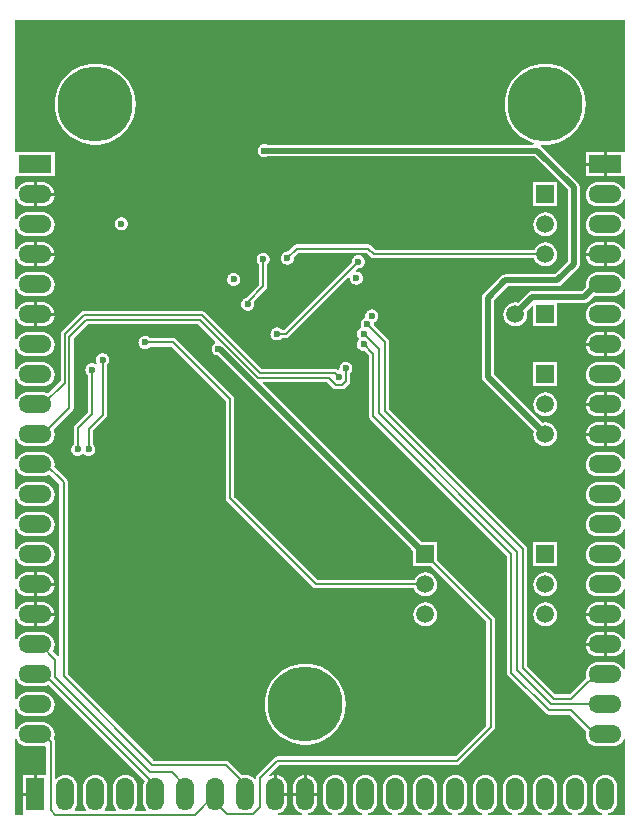
<source format=gbl>
G04*
G04 #@! TF.GenerationSoftware,Altium Limited,Altium Designer,18.1.9 (240)*
G04*
G04 Layer_Physical_Order=4*
G04 Layer_Color=16711680*
%FSLAX43Y43*%
%MOMM*%
G71*
G01*
G75*
%ADD12C,0.200*%
%ADD34C,0.500*%
%ADD35C,1.500*%
%ADD36R,1.500X1.500*%
%ADD37R,1.500X1.500*%
%ADD38C,6.350*%
%ADD39O,2.794X1.524*%
%ADD40R,2.794X1.524*%
%ADD41O,1.524X2.794*%
%ADD42R,1.524X2.794*%
%ADD43C,0.600*%
G36*
X49949Y54467D02*
X49911Y54356D01*
X49822Y54356D01*
X48387D01*
Y53340D01*
Y52324D01*
X49822D01*
X49911Y52324D01*
X49949Y52213D01*
Y51245D01*
X49822Y51217D01*
X49792Y51280D01*
X49741Y51365D01*
X49681Y51445D01*
X49614Y51519D01*
X49540Y51586D01*
X49460Y51646D01*
X49375Y51697D01*
X49284Y51740D01*
X49190Y51773D01*
X49093Y51798D01*
X48995Y51812D01*
X48895Y51817D01*
X47625D01*
X47525Y51812D01*
X47427Y51798D01*
X47330Y51773D01*
X47236Y51740D01*
X47145Y51697D01*
X47060Y51646D01*
X46980Y51586D01*
X46906Y51519D01*
X46839Y51445D01*
X46779Y51365D01*
X46728Y51280D01*
X46685Y51189D01*
X46652Y51095D01*
X46627Y50998D01*
X46613Y50900D01*
X46608Y50800D01*
X46613Y50700D01*
X46627Y50602D01*
X46652Y50505D01*
X46685Y50411D01*
X46728Y50320D01*
X46779Y50235D01*
X46839Y50155D01*
X46906Y50081D01*
X46980Y50014D01*
X47060Y49954D01*
X47145Y49903D01*
X47236Y49860D01*
X47330Y49827D01*
X47427Y49802D01*
X47525Y49788D01*
X47625Y49783D01*
X48895D01*
X48995Y49788D01*
X49093Y49802D01*
X49190Y49827D01*
X49284Y49860D01*
X49375Y49903D01*
X49460Y49954D01*
X49540Y50014D01*
X49614Y50081D01*
X49681Y50155D01*
X49741Y50235D01*
X49792Y50320D01*
X49822Y50383D01*
X49949Y50355D01*
Y48705D01*
X49822Y48677D01*
X49792Y48740D01*
X49741Y48825D01*
X49681Y48905D01*
X49614Y48979D01*
X49540Y49046D01*
X49460Y49106D01*
X49375Y49157D01*
X49284Y49200D01*
X49190Y49233D01*
X49093Y49258D01*
X48995Y49272D01*
X48895Y49277D01*
X47625D01*
X47525Y49272D01*
X47427Y49258D01*
X47330Y49233D01*
X47236Y49200D01*
X47145Y49157D01*
X47060Y49106D01*
X46980Y49046D01*
X46906Y48979D01*
X46839Y48905D01*
X46779Y48825D01*
X46728Y48740D01*
X46685Y48649D01*
X46652Y48555D01*
X46627Y48458D01*
X46613Y48360D01*
X46608Y48260D01*
X46613Y48160D01*
X46627Y48062D01*
X46652Y47965D01*
X46685Y47871D01*
X46728Y47780D01*
X46779Y47695D01*
X46839Y47615D01*
X46906Y47541D01*
X46980Y47474D01*
X47060Y47414D01*
X47145Y47363D01*
X47236Y47320D01*
X47330Y47287D01*
X47427Y47262D01*
X47525Y47248D01*
X47625Y47243D01*
X48895D01*
X48995Y47248D01*
X49093Y47262D01*
X49190Y47287D01*
X49284Y47320D01*
X49375Y47363D01*
X49460Y47414D01*
X49540Y47474D01*
X49614Y47541D01*
X49681Y47615D01*
X49741Y47695D01*
X49792Y47780D01*
X49822Y47843D01*
X49949Y47815D01*
Y46165D01*
X49822Y46137D01*
X49792Y46200D01*
X49741Y46285D01*
X49681Y46365D01*
X49614Y46439D01*
X49540Y46506D01*
X49460Y46566D01*
X49375Y46617D01*
X49284Y46660D01*
X49190Y46693D01*
X49093Y46718D01*
X48995Y46732D01*
X48895Y46737D01*
X48387D01*
Y45720D01*
Y44703D01*
X48895D01*
X48995Y44708D01*
X49093Y44722D01*
X49190Y44747D01*
X49284Y44780D01*
X49375Y44823D01*
X49460Y44874D01*
X49540Y44934D01*
X49614Y45001D01*
X49681Y45075D01*
X49741Y45155D01*
X49792Y45240D01*
X49822Y45303D01*
X49949Y45275D01*
Y43625D01*
X49822Y43597D01*
X49792Y43660D01*
X49741Y43745D01*
X49681Y43825D01*
X49614Y43899D01*
X49540Y43966D01*
X49460Y44026D01*
X49375Y44077D01*
X49284Y44120D01*
X49190Y44153D01*
X49093Y44178D01*
X48995Y44192D01*
X48895Y44197D01*
X47625D01*
X47525Y44192D01*
X47427Y44178D01*
X47330Y44153D01*
X47236Y44120D01*
X47145Y44077D01*
X47060Y44026D01*
X46980Y43966D01*
X46906Y43899D01*
X46839Y43825D01*
X46779Y43745D01*
X46728Y43660D01*
X46685Y43569D01*
X46652Y43475D01*
X46627Y43378D01*
X46613Y43280D01*
X46608Y43180D01*
X46613Y43080D01*
X46627Y42982D01*
X46635Y42950D01*
X46291Y42605D01*
X42100D01*
X42034Y42601D01*
X41969Y42588D01*
X41907Y42567D01*
X41847Y42537D01*
X41793Y42501D01*
X41743Y42457D01*
X40896Y41611D01*
X40836Y41626D01*
X40739Y41640D01*
X40640Y41645D01*
X40541Y41640D01*
X40444Y41626D01*
X40348Y41602D01*
X40255Y41569D01*
X40166Y41527D01*
X40082Y41476D01*
X40002Y41417D01*
X39929Y41351D01*
X39863Y41278D01*
X39804Y41198D01*
X39753Y41114D01*
X39711Y41025D01*
X39678Y40932D01*
X39654Y40836D01*
X39640Y40739D01*
X39635Y40640D01*
X39640Y40541D01*
X39654Y40444D01*
X39678Y40348D01*
X39711Y40255D01*
X39753Y40166D01*
X39804Y40082D01*
X39863Y40002D01*
X39929Y39929D01*
X40002Y39863D01*
X40082Y39804D01*
X40166Y39753D01*
X40255Y39711D01*
X40348Y39678D01*
X40444Y39654D01*
X40541Y39640D01*
X40640Y39635D01*
X40739Y39640D01*
X40836Y39654D01*
X40932Y39678D01*
X41025Y39711D01*
X41114Y39753D01*
X41198Y39804D01*
X41278Y39863D01*
X41351Y39929D01*
X41417Y40002D01*
X41476Y40082D01*
X41527Y40166D01*
X41569Y40255D01*
X41602Y40348D01*
X41626Y40444D01*
X41640Y40541D01*
X41645Y40640D01*
X41640Y40739D01*
X41626Y40836D01*
X41611Y40896D01*
X42059Y41344D01*
X42176Y41296D01*
Y39636D01*
X44184D01*
Y41595D01*
X46500D01*
X46566Y41599D01*
X46631Y41612D01*
X46693Y41633D01*
X46753Y41663D01*
X46807Y41699D01*
X46857Y41743D01*
X47323Y42209D01*
X47330Y42207D01*
X47427Y42182D01*
X47525Y42168D01*
X47625Y42163D01*
X48895D01*
X48995Y42168D01*
X49093Y42182D01*
X49190Y42207D01*
X49284Y42240D01*
X49375Y42283D01*
X49460Y42334D01*
X49540Y42394D01*
X49614Y42461D01*
X49681Y42535D01*
X49741Y42615D01*
X49792Y42700D01*
X49822Y42763D01*
X49949Y42735D01*
Y41085D01*
X49822Y41057D01*
X49792Y41120D01*
X49741Y41205D01*
X49681Y41285D01*
X49614Y41359D01*
X49540Y41426D01*
X49460Y41486D01*
X49375Y41537D01*
X49284Y41580D01*
X49190Y41613D01*
X49093Y41638D01*
X48995Y41652D01*
X48895Y41657D01*
X47625D01*
X47525Y41652D01*
X47427Y41638D01*
X47330Y41613D01*
X47236Y41580D01*
X47145Y41537D01*
X47060Y41486D01*
X46980Y41426D01*
X46906Y41359D01*
X46839Y41285D01*
X46779Y41205D01*
X46728Y41120D01*
X46685Y41029D01*
X46652Y40935D01*
X46627Y40838D01*
X46613Y40740D01*
X46608Y40640D01*
X46613Y40540D01*
X46627Y40442D01*
X46652Y40345D01*
X46685Y40251D01*
X46728Y40160D01*
X46779Y40075D01*
X46839Y39995D01*
X46906Y39921D01*
X46980Y39854D01*
X47060Y39794D01*
X47145Y39743D01*
X47236Y39700D01*
X47330Y39667D01*
X47427Y39642D01*
X47525Y39628D01*
X47625Y39623D01*
X48895D01*
X48995Y39628D01*
X49093Y39642D01*
X49190Y39667D01*
X49284Y39700D01*
X49375Y39743D01*
X49460Y39794D01*
X49540Y39854D01*
X49614Y39921D01*
X49681Y39995D01*
X49741Y40075D01*
X49792Y40160D01*
X49822Y40223D01*
X49949Y40195D01*
Y38545D01*
X49822Y38517D01*
X49792Y38580D01*
X49741Y38665D01*
X49681Y38745D01*
X49614Y38819D01*
X49540Y38886D01*
X49460Y38946D01*
X49375Y38997D01*
X49284Y39040D01*
X49190Y39073D01*
X49093Y39098D01*
X48995Y39112D01*
X48895Y39117D01*
X48387D01*
Y38100D01*
Y37083D01*
X48895D01*
X48995Y37088D01*
X49093Y37102D01*
X49190Y37127D01*
X49284Y37160D01*
X49375Y37203D01*
X49460Y37254D01*
X49540Y37314D01*
X49614Y37381D01*
X49681Y37455D01*
X49741Y37535D01*
X49792Y37620D01*
X49822Y37683D01*
X49949Y37655D01*
Y36005D01*
X49822Y35977D01*
X49792Y36040D01*
X49741Y36125D01*
X49681Y36205D01*
X49614Y36279D01*
X49540Y36346D01*
X49460Y36406D01*
X49375Y36457D01*
X49284Y36500D01*
X49190Y36533D01*
X49093Y36558D01*
X48995Y36572D01*
X48895Y36577D01*
X47625D01*
X47525Y36572D01*
X47427Y36558D01*
X47330Y36533D01*
X47236Y36500D01*
X47145Y36457D01*
X47060Y36406D01*
X46980Y36346D01*
X46906Y36279D01*
X46839Y36205D01*
X46779Y36125D01*
X46728Y36040D01*
X46685Y35949D01*
X46652Y35855D01*
X46627Y35758D01*
X46613Y35660D01*
X46608Y35560D01*
X46613Y35460D01*
X46627Y35362D01*
X46652Y35265D01*
X46685Y35171D01*
X46728Y35080D01*
X46779Y34995D01*
X46839Y34915D01*
X46906Y34841D01*
X46980Y34774D01*
X47060Y34714D01*
X47145Y34663D01*
X47236Y34620D01*
X47330Y34587D01*
X47427Y34562D01*
X47525Y34548D01*
X47625Y34543D01*
X48895D01*
X48995Y34548D01*
X49093Y34562D01*
X49190Y34587D01*
X49284Y34620D01*
X49375Y34663D01*
X49460Y34714D01*
X49540Y34774D01*
X49614Y34841D01*
X49681Y34915D01*
X49741Y34995D01*
X49792Y35080D01*
X49822Y35143D01*
X49949Y35115D01*
Y33465D01*
X49822Y33437D01*
X49792Y33500D01*
X49741Y33585D01*
X49681Y33665D01*
X49614Y33739D01*
X49540Y33806D01*
X49460Y33866D01*
X49375Y33917D01*
X49284Y33960D01*
X49190Y33993D01*
X49093Y34018D01*
X48995Y34032D01*
X48895Y34037D01*
X48387D01*
Y33020D01*
Y32003D01*
X48895D01*
X48995Y32008D01*
X49093Y32022D01*
X49190Y32047D01*
X49284Y32080D01*
X49375Y32123D01*
X49460Y32174D01*
X49540Y32234D01*
X49614Y32301D01*
X49681Y32375D01*
X49741Y32455D01*
X49792Y32540D01*
X49822Y32603D01*
X49949Y32575D01*
Y30925D01*
X49822Y30897D01*
X49792Y30960D01*
X49741Y31045D01*
X49681Y31125D01*
X49614Y31199D01*
X49540Y31266D01*
X49460Y31326D01*
X49375Y31377D01*
X49284Y31420D01*
X49190Y31453D01*
X49093Y31478D01*
X48995Y31492D01*
X48895Y31497D01*
X48387D01*
Y30480D01*
Y29463D01*
X48895D01*
X48995Y29468D01*
X49093Y29482D01*
X49190Y29507D01*
X49284Y29540D01*
X49375Y29583D01*
X49460Y29634D01*
X49540Y29694D01*
X49614Y29761D01*
X49681Y29835D01*
X49741Y29915D01*
X49792Y30000D01*
X49822Y30063D01*
X49949Y30035D01*
Y28385D01*
X49822Y28357D01*
X49792Y28420D01*
X49741Y28505D01*
X49681Y28585D01*
X49614Y28659D01*
X49540Y28726D01*
X49460Y28786D01*
X49375Y28837D01*
X49284Y28880D01*
X49190Y28913D01*
X49093Y28938D01*
X48995Y28952D01*
X48895Y28957D01*
X47625D01*
X47525Y28952D01*
X47427Y28938D01*
X47330Y28913D01*
X47236Y28880D01*
X47145Y28837D01*
X47060Y28786D01*
X46980Y28726D01*
X46906Y28659D01*
X46839Y28585D01*
X46779Y28505D01*
X46728Y28420D01*
X46685Y28329D01*
X46652Y28235D01*
X46627Y28138D01*
X46613Y28040D01*
X46608Y27940D01*
X46613Y27840D01*
X46627Y27742D01*
X46652Y27645D01*
X46685Y27551D01*
X46728Y27460D01*
X46779Y27375D01*
X46839Y27295D01*
X46906Y27221D01*
X46980Y27154D01*
X47060Y27094D01*
X47145Y27043D01*
X47236Y27000D01*
X47330Y26967D01*
X47427Y26942D01*
X47525Y26928D01*
X47625Y26923D01*
X48895D01*
X48995Y26928D01*
X49093Y26942D01*
X49190Y26967D01*
X49284Y27000D01*
X49375Y27043D01*
X49460Y27094D01*
X49540Y27154D01*
X49614Y27221D01*
X49681Y27295D01*
X49741Y27375D01*
X49792Y27460D01*
X49822Y27523D01*
X49949Y27495D01*
Y25845D01*
X49822Y25817D01*
X49792Y25880D01*
X49741Y25965D01*
X49681Y26045D01*
X49614Y26119D01*
X49540Y26186D01*
X49460Y26246D01*
X49375Y26297D01*
X49284Y26340D01*
X49190Y26373D01*
X49093Y26398D01*
X48995Y26412D01*
X48895Y26417D01*
X47625D01*
X47525Y26412D01*
X47427Y26398D01*
X47330Y26373D01*
X47236Y26340D01*
X47145Y26297D01*
X47060Y26246D01*
X46980Y26186D01*
X46906Y26119D01*
X46839Y26045D01*
X46779Y25965D01*
X46728Y25880D01*
X46685Y25789D01*
X46652Y25695D01*
X46627Y25598D01*
X46613Y25500D01*
X46608Y25400D01*
X46613Y25300D01*
X46627Y25202D01*
X46652Y25105D01*
X46685Y25011D01*
X46728Y24920D01*
X46779Y24835D01*
X46839Y24755D01*
X46906Y24681D01*
X46980Y24614D01*
X47060Y24554D01*
X47145Y24503D01*
X47236Y24460D01*
X47330Y24427D01*
X47427Y24402D01*
X47525Y24388D01*
X47625Y24383D01*
X48895D01*
X48995Y24388D01*
X49093Y24402D01*
X49190Y24427D01*
X49284Y24460D01*
X49375Y24503D01*
X49460Y24554D01*
X49540Y24614D01*
X49614Y24681D01*
X49681Y24755D01*
X49741Y24835D01*
X49792Y24920D01*
X49822Y24983D01*
X49949Y24955D01*
Y23305D01*
X49822Y23277D01*
X49792Y23340D01*
X49741Y23425D01*
X49681Y23505D01*
X49614Y23579D01*
X49540Y23646D01*
X49460Y23706D01*
X49375Y23757D01*
X49284Y23800D01*
X49190Y23833D01*
X49093Y23858D01*
X48995Y23872D01*
X48895Y23877D01*
X47625D01*
X47525Y23872D01*
X47427Y23858D01*
X47330Y23833D01*
X47236Y23800D01*
X47145Y23757D01*
X47060Y23706D01*
X46980Y23646D01*
X46906Y23579D01*
X46839Y23505D01*
X46779Y23425D01*
X46728Y23340D01*
X46685Y23249D01*
X46652Y23155D01*
X46627Y23058D01*
X46613Y22960D01*
X46608Y22860D01*
X46613Y22760D01*
X46627Y22662D01*
X46652Y22565D01*
X46685Y22471D01*
X46728Y22380D01*
X46779Y22295D01*
X46839Y22215D01*
X46906Y22141D01*
X46980Y22074D01*
X47060Y22014D01*
X47145Y21963D01*
X47236Y21920D01*
X47330Y21887D01*
X47427Y21862D01*
X47525Y21848D01*
X47625Y21843D01*
X48895D01*
X48995Y21848D01*
X49093Y21862D01*
X49190Y21887D01*
X49284Y21920D01*
X49375Y21963D01*
X49460Y22014D01*
X49540Y22074D01*
X49614Y22141D01*
X49681Y22215D01*
X49741Y22295D01*
X49792Y22380D01*
X49822Y22443D01*
X49949Y22415D01*
Y20765D01*
X49822Y20737D01*
X49792Y20800D01*
X49741Y20885D01*
X49681Y20965D01*
X49614Y21039D01*
X49540Y21106D01*
X49460Y21166D01*
X49375Y21217D01*
X49284Y21260D01*
X49190Y21293D01*
X49093Y21318D01*
X48995Y21332D01*
X48895Y21337D01*
X47625D01*
X47525Y21332D01*
X47427Y21318D01*
X47330Y21293D01*
X47236Y21260D01*
X47145Y21217D01*
X47060Y21166D01*
X46980Y21106D01*
X46906Y21039D01*
X46839Y20965D01*
X46779Y20885D01*
X46728Y20800D01*
X46685Y20709D01*
X46652Y20615D01*
X46627Y20518D01*
X46613Y20420D01*
X46608Y20320D01*
X46613Y20220D01*
X46627Y20122D01*
X46652Y20025D01*
X46685Y19931D01*
X46728Y19840D01*
X46779Y19755D01*
X46839Y19675D01*
X46906Y19601D01*
X46980Y19534D01*
X47060Y19474D01*
X47145Y19423D01*
X47236Y19380D01*
X47330Y19347D01*
X47427Y19322D01*
X47525Y19308D01*
X47625Y19303D01*
X48895D01*
X48995Y19308D01*
X49093Y19322D01*
X49190Y19347D01*
X49284Y19380D01*
X49375Y19423D01*
X49460Y19474D01*
X49540Y19534D01*
X49614Y19601D01*
X49681Y19675D01*
X49741Y19755D01*
X49792Y19840D01*
X49822Y19903D01*
X49949Y19875D01*
Y18225D01*
X49822Y18197D01*
X49792Y18260D01*
X49741Y18345D01*
X49681Y18425D01*
X49614Y18499D01*
X49540Y18566D01*
X49460Y18626D01*
X49375Y18677D01*
X49284Y18720D01*
X49190Y18753D01*
X49093Y18778D01*
X48995Y18792D01*
X48895Y18797D01*
X47625D01*
X47525Y18792D01*
X47427Y18778D01*
X47330Y18753D01*
X47236Y18720D01*
X47145Y18677D01*
X47060Y18626D01*
X46980Y18566D01*
X46906Y18499D01*
X46839Y18425D01*
X46779Y18345D01*
X46728Y18260D01*
X46685Y18169D01*
X46652Y18075D01*
X46627Y17978D01*
X46613Y17880D01*
X46608Y17780D01*
X46613Y17680D01*
X46627Y17582D01*
X46652Y17485D01*
X46685Y17391D01*
X46728Y17300D01*
X46779Y17215D01*
X46839Y17135D01*
X46906Y17061D01*
X46980Y16994D01*
X47060Y16934D01*
X47145Y16883D01*
X47236Y16840D01*
X47330Y16807D01*
X47427Y16782D01*
X47525Y16768D01*
X47625Y16763D01*
X48895D01*
X48995Y16768D01*
X49093Y16782D01*
X49190Y16807D01*
X49284Y16840D01*
X49375Y16883D01*
X49460Y16934D01*
X49540Y16994D01*
X49614Y17061D01*
X49681Y17135D01*
X49741Y17215D01*
X49792Y17300D01*
X49822Y17363D01*
X49949Y17335D01*
Y15685D01*
X49822Y15657D01*
X49792Y15720D01*
X49741Y15805D01*
X49681Y15885D01*
X49614Y15959D01*
X49540Y16026D01*
X49460Y16086D01*
X49375Y16137D01*
X49284Y16180D01*
X49190Y16213D01*
X49093Y16238D01*
X48995Y16252D01*
X48895Y16257D01*
X48387D01*
Y15240D01*
Y14223D01*
X48895D01*
X48995Y14228D01*
X49093Y14242D01*
X49190Y14267D01*
X49284Y14300D01*
X49375Y14343D01*
X49460Y14394D01*
X49540Y14454D01*
X49614Y14521D01*
X49681Y14595D01*
X49741Y14675D01*
X49792Y14760D01*
X49822Y14823D01*
X49949Y14795D01*
Y13145D01*
X49822Y13117D01*
X49792Y13180D01*
X49741Y13265D01*
X49681Y13345D01*
X49614Y13419D01*
X49540Y13486D01*
X49460Y13546D01*
X49375Y13597D01*
X49284Y13640D01*
X49190Y13673D01*
X49093Y13698D01*
X48995Y13712D01*
X48895Y13717D01*
X48387D01*
Y12700D01*
Y11683D01*
X48895D01*
X48995Y11688D01*
X49093Y11702D01*
X49190Y11727D01*
X49284Y11760D01*
X49375Y11803D01*
X49460Y11854D01*
X49540Y11914D01*
X49614Y11981D01*
X49681Y12055D01*
X49741Y12135D01*
X49792Y12220D01*
X49822Y12283D01*
X49949Y12255D01*
Y10605D01*
X49822Y10577D01*
X49792Y10640D01*
X49741Y10725D01*
X49681Y10805D01*
X49614Y10879D01*
X49540Y10946D01*
X49460Y11006D01*
X49375Y11057D01*
X49284Y11100D01*
X49190Y11133D01*
X49093Y11158D01*
X48995Y11172D01*
X48895Y11177D01*
X47625D01*
X47525Y11172D01*
X47427Y11158D01*
X47330Y11133D01*
X47236Y11100D01*
X47145Y11057D01*
X47060Y11006D01*
X46980Y10946D01*
X46906Y10879D01*
X46839Y10805D01*
X46779Y10725D01*
X46728Y10640D01*
X46685Y10549D01*
X46652Y10455D01*
X46627Y10358D01*
X46613Y10260D01*
X46608Y10160D01*
X46613Y10060D01*
X46627Y9962D01*
X46652Y9865D01*
X46655Y9856D01*
X46649Y9851D01*
X45253Y8455D01*
X44047D01*
X41655Y10847D01*
Y20750D01*
X41651Y20806D01*
X41638Y20860D01*
X41616Y20911D01*
X41587Y20959D01*
X41551Y21001D01*
X29955Y32597D01*
Y38300D01*
X29951Y38356D01*
X29938Y38410D01*
X29916Y38461D01*
X29887Y38509D01*
X29851Y38551D01*
X28652Y39750D01*
X28655Y39800D01*
X28650Y39872D01*
X28644Y39964D01*
X28712Y39987D01*
X28778Y40019D01*
X28838Y40060D01*
X28893Y40107D01*
X28940Y40162D01*
X28981Y40222D01*
X29013Y40288D01*
X29036Y40356D01*
X29050Y40428D01*
X29055Y40500D01*
X29050Y40572D01*
X29036Y40644D01*
X29013Y40712D01*
X28981Y40778D01*
X28940Y40838D01*
X28893Y40893D01*
X28838Y40940D01*
X28778Y40981D01*
X28712Y41013D01*
X28644Y41036D01*
X28572Y41050D01*
X28500Y41055D01*
X28428Y41050D01*
X28356Y41036D01*
X28288Y41013D01*
X28222Y40981D01*
X28162Y40940D01*
X28107Y40893D01*
X28060Y40838D01*
X28019Y40778D01*
X27987Y40712D01*
X27964Y40644D01*
X27950Y40572D01*
X27945Y40500D01*
X27950Y40428D01*
X27956Y40336D01*
X27888Y40313D01*
X27822Y40281D01*
X27762Y40240D01*
X27707Y40193D01*
X27660Y40138D01*
X27619Y40078D01*
X27587Y40012D01*
X27564Y39944D01*
X27550Y39872D01*
X27545Y39800D01*
X27550Y39728D01*
X27564Y39656D01*
X27569Y39641D01*
X27579Y39574D01*
X27522Y39481D01*
X27462Y39440D01*
X27407Y39393D01*
X27360Y39338D01*
X27319Y39278D01*
X27287Y39212D01*
X27264Y39144D01*
X27250Y39072D01*
X27245Y39000D01*
X27250Y38928D01*
X27264Y38856D01*
X27287Y38788D01*
X27319Y38722D01*
X27360Y38662D01*
X27384Y38634D01*
X27407Y38606D01*
Y38494D01*
X27384Y38466D01*
X27360Y38438D01*
X27319Y38378D01*
X27287Y38312D01*
X27264Y38244D01*
X27250Y38172D01*
X27245Y38100D01*
X27250Y38028D01*
X27264Y37956D01*
X27287Y37888D01*
X27319Y37822D01*
X27360Y37762D01*
X27407Y37707D01*
X27462Y37660D01*
X27522Y37619D01*
X27588Y37587D01*
X27656Y37564D01*
X27728Y37550D01*
X27800Y37545D01*
X27850Y37548D01*
X28245Y37153D01*
Y32036D01*
X28249Y31980D01*
X28262Y31926D01*
X28284Y31875D01*
X28313Y31827D01*
X28349Y31785D01*
X39945Y20189D01*
Y10286D01*
X39949Y10230D01*
X39962Y10176D01*
X39984Y10125D01*
X40013Y10077D01*
X40049Y10035D01*
X43235Y6849D01*
X43277Y6813D01*
X43325Y6784D01*
X43376Y6762D01*
X43430Y6749D01*
X43486Y6745D01*
X45253D01*
X46646Y5352D01*
X46627Y5278D01*
X46613Y5180D01*
X46608Y5080D01*
X46613Y4980D01*
X46627Y4882D01*
X46652Y4785D01*
X46685Y4691D01*
X46728Y4600D01*
X46779Y4515D01*
X46839Y4435D01*
X46906Y4361D01*
X46980Y4294D01*
X47060Y4234D01*
X47145Y4183D01*
X47236Y4140D01*
X47330Y4107D01*
X47427Y4082D01*
X47525Y4068D01*
X47625Y4063D01*
X48895D01*
X48995Y4068D01*
X49093Y4082D01*
X49190Y4107D01*
X49284Y4140D01*
X49375Y4183D01*
X49460Y4234D01*
X49540Y4294D01*
X49614Y4361D01*
X49681Y4435D01*
X49741Y4515D01*
X49792Y4600D01*
X49822Y4663D01*
X49949Y4635D01*
Y-1749D01*
X48518D01*
X48502Y-1622D01*
X48555Y-1608D01*
X48649Y-1575D01*
X48740Y-1532D01*
X48825Y-1481D01*
X48905Y-1421D01*
X48979Y-1354D01*
X49046Y-1280D01*
X49106Y-1200D01*
X49157Y-1115D01*
X49200Y-1024D01*
X49233Y-930D01*
X49258Y-833D01*
X49272Y-735D01*
X49277Y-635D01*
Y635D01*
X49272Y735D01*
X49258Y833D01*
X49233Y930D01*
X49200Y1024D01*
X49157Y1115D01*
X49106Y1200D01*
X49046Y1280D01*
X48979Y1354D01*
X48905Y1421D01*
X48825Y1481D01*
X48740Y1532D01*
X48649Y1575D01*
X48555Y1608D01*
X48458Y1633D01*
X48360Y1647D01*
X48260Y1652D01*
X48160Y1647D01*
X48062Y1633D01*
X47965Y1608D01*
X47871Y1575D01*
X47780Y1532D01*
X47695Y1481D01*
X47615Y1421D01*
X47541Y1354D01*
X47474Y1280D01*
X47414Y1200D01*
X47363Y1115D01*
X47320Y1024D01*
X47287Y930D01*
X47262Y833D01*
X47248Y735D01*
X47243Y635D01*
Y-635D01*
X47248Y-735D01*
X47262Y-833D01*
X47287Y-930D01*
X47320Y-1024D01*
X47363Y-1115D01*
X47414Y-1200D01*
X47474Y-1280D01*
X47541Y-1354D01*
X47615Y-1421D01*
X47695Y-1481D01*
X47780Y-1532D01*
X47871Y-1575D01*
X47965Y-1608D01*
X48018Y-1622D01*
X48002Y-1749D01*
X45978D01*
X45962Y-1622D01*
X46015Y-1608D01*
X46109Y-1575D01*
X46200Y-1532D01*
X46285Y-1481D01*
X46365Y-1421D01*
X46439Y-1354D01*
X46506Y-1280D01*
X46566Y-1200D01*
X46617Y-1115D01*
X46660Y-1024D01*
X46693Y-930D01*
X46718Y-833D01*
X46732Y-735D01*
X46737Y-635D01*
Y635D01*
X46732Y735D01*
X46718Y833D01*
X46693Y930D01*
X46660Y1024D01*
X46617Y1115D01*
X46566Y1200D01*
X46506Y1280D01*
X46439Y1354D01*
X46365Y1421D01*
X46285Y1481D01*
X46200Y1532D01*
X46109Y1575D01*
X46015Y1608D01*
X45918Y1633D01*
X45820Y1647D01*
X45720Y1652D01*
X45620Y1647D01*
X45522Y1633D01*
X45425Y1608D01*
X45331Y1575D01*
X45240Y1532D01*
X45155Y1481D01*
X45075Y1421D01*
X45001Y1354D01*
X44934Y1280D01*
X44874Y1200D01*
X44823Y1115D01*
X44780Y1024D01*
X44747Y930D01*
X44722Y833D01*
X44708Y735D01*
X44703Y635D01*
Y-635D01*
X44708Y-735D01*
X44722Y-833D01*
X44747Y-930D01*
X44780Y-1024D01*
X44823Y-1115D01*
X44874Y-1200D01*
X44934Y-1280D01*
X45001Y-1354D01*
X45075Y-1421D01*
X45155Y-1481D01*
X45240Y-1532D01*
X45331Y-1575D01*
X45425Y-1608D01*
X45478Y-1622D01*
X45462Y-1749D01*
X43438D01*
X43422Y-1622D01*
X43475Y-1608D01*
X43569Y-1575D01*
X43660Y-1532D01*
X43745Y-1481D01*
X43825Y-1421D01*
X43899Y-1354D01*
X43966Y-1280D01*
X44026Y-1200D01*
X44077Y-1115D01*
X44120Y-1024D01*
X44153Y-930D01*
X44178Y-833D01*
X44192Y-735D01*
X44197Y-635D01*
Y635D01*
X44192Y735D01*
X44178Y833D01*
X44153Y930D01*
X44120Y1024D01*
X44077Y1115D01*
X44026Y1200D01*
X43966Y1280D01*
X43899Y1354D01*
X43825Y1421D01*
X43745Y1481D01*
X43660Y1532D01*
X43569Y1575D01*
X43475Y1608D01*
X43378Y1633D01*
X43280Y1647D01*
X43180Y1652D01*
X43080Y1647D01*
X42982Y1633D01*
X42885Y1608D01*
X42791Y1575D01*
X42700Y1532D01*
X42615Y1481D01*
X42535Y1421D01*
X42461Y1354D01*
X42394Y1280D01*
X42334Y1200D01*
X42283Y1115D01*
X42240Y1024D01*
X42207Y930D01*
X42182Y833D01*
X42168Y735D01*
X42163Y635D01*
Y-635D01*
X42168Y-735D01*
X42182Y-833D01*
X42207Y-930D01*
X42240Y-1024D01*
X42283Y-1115D01*
X42334Y-1200D01*
X42394Y-1280D01*
X42461Y-1354D01*
X42535Y-1421D01*
X42615Y-1481D01*
X42700Y-1532D01*
X42791Y-1575D01*
X42885Y-1608D01*
X42938Y-1622D01*
X42922Y-1749D01*
X40898D01*
X40882Y-1622D01*
X40935Y-1608D01*
X41029Y-1575D01*
X41120Y-1532D01*
X41205Y-1481D01*
X41285Y-1421D01*
X41359Y-1354D01*
X41426Y-1280D01*
X41486Y-1200D01*
X41537Y-1115D01*
X41580Y-1024D01*
X41613Y-930D01*
X41638Y-833D01*
X41652Y-735D01*
X41657Y-635D01*
Y635D01*
X41652Y735D01*
X41638Y833D01*
X41613Y930D01*
X41580Y1024D01*
X41537Y1115D01*
X41486Y1200D01*
X41426Y1280D01*
X41359Y1354D01*
X41285Y1421D01*
X41205Y1481D01*
X41120Y1532D01*
X41029Y1575D01*
X40935Y1608D01*
X40838Y1633D01*
X40740Y1647D01*
X40640Y1652D01*
X40540Y1647D01*
X40442Y1633D01*
X40345Y1608D01*
X40251Y1575D01*
X40160Y1532D01*
X40075Y1481D01*
X39995Y1421D01*
X39921Y1354D01*
X39854Y1280D01*
X39794Y1200D01*
X39743Y1115D01*
X39700Y1024D01*
X39667Y930D01*
X39642Y833D01*
X39628Y735D01*
X39623Y635D01*
Y-635D01*
X39628Y-735D01*
X39642Y-833D01*
X39667Y-930D01*
X39700Y-1024D01*
X39743Y-1115D01*
X39794Y-1200D01*
X39854Y-1280D01*
X39921Y-1354D01*
X39995Y-1421D01*
X40075Y-1481D01*
X40160Y-1532D01*
X40251Y-1575D01*
X40345Y-1608D01*
X40398Y-1622D01*
X40382Y-1749D01*
X38358D01*
X38342Y-1622D01*
X38395Y-1608D01*
X38489Y-1575D01*
X38580Y-1532D01*
X38665Y-1481D01*
X38745Y-1421D01*
X38819Y-1354D01*
X38886Y-1280D01*
X38946Y-1200D01*
X38997Y-1115D01*
X39040Y-1024D01*
X39073Y-930D01*
X39098Y-833D01*
X39112Y-735D01*
X39117Y-635D01*
Y635D01*
X39112Y735D01*
X39098Y833D01*
X39073Y930D01*
X39040Y1024D01*
X38997Y1115D01*
X38946Y1200D01*
X38886Y1280D01*
X38819Y1354D01*
X38745Y1421D01*
X38665Y1481D01*
X38580Y1532D01*
X38489Y1575D01*
X38395Y1608D01*
X38298Y1633D01*
X38200Y1647D01*
X38100Y1652D01*
X38000Y1647D01*
X37902Y1633D01*
X37805Y1608D01*
X37711Y1575D01*
X37620Y1532D01*
X37535Y1481D01*
X37455Y1421D01*
X37381Y1354D01*
X37314Y1280D01*
X37254Y1200D01*
X37203Y1115D01*
X37160Y1024D01*
X37127Y930D01*
X37102Y833D01*
X37088Y735D01*
X37083Y635D01*
Y-635D01*
X37088Y-735D01*
X37102Y-833D01*
X37127Y-930D01*
X37160Y-1024D01*
X37203Y-1115D01*
X37254Y-1200D01*
X37314Y-1280D01*
X37381Y-1354D01*
X37455Y-1421D01*
X37535Y-1481D01*
X37620Y-1532D01*
X37711Y-1575D01*
X37805Y-1608D01*
X37858Y-1622D01*
X37842Y-1749D01*
X35818D01*
X35802Y-1622D01*
X35855Y-1608D01*
X35949Y-1575D01*
X36040Y-1532D01*
X36125Y-1481D01*
X36205Y-1421D01*
X36279Y-1354D01*
X36346Y-1280D01*
X36406Y-1200D01*
X36457Y-1115D01*
X36500Y-1024D01*
X36533Y-930D01*
X36558Y-833D01*
X36572Y-735D01*
X36577Y-635D01*
Y635D01*
X36572Y735D01*
X36558Y833D01*
X36533Y930D01*
X36500Y1024D01*
X36457Y1115D01*
X36406Y1200D01*
X36346Y1280D01*
X36279Y1354D01*
X36205Y1421D01*
X36125Y1481D01*
X36040Y1532D01*
X35949Y1575D01*
X35855Y1608D01*
X35758Y1633D01*
X35660Y1647D01*
X35560Y1652D01*
X35460Y1647D01*
X35362Y1633D01*
X35265Y1608D01*
X35171Y1575D01*
X35080Y1532D01*
X34995Y1481D01*
X34915Y1421D01*
X34841Y1354D01*
X34774Y1280D01*
X34714Y1200D01*
X34663Y1115D01*
X34620Y1024D01*
X34587Y930D01*
X34562Y833D01*
X34548Y735D01*
X34543Y635D01*
Y-635D01*
X34548Y-735D01*
X34562Y-833D01*
X34587Y-930D01*
X34620Y-1024D01*
X34663Y-1115D01*
X34714Y-1200D01*
X34774Y-1280D01*
X34841Y-1354D01*
X34915Y-1421D01*
X34995Y-1481D01*
X35080Y-1532D01*
X35171Y-1575D01*
X35265Y-1608D01*
X35318Y-1622D01*
X35302Y-1749D01*
X33278D01*
X33262Y-1622D01*
X33315Y-1608D01*
X33409Y-1575D01*
X33500Y-1532D01*
X33585Y-1481D01*
X33665Y-1421D01*
X33739Y-1354D01*
X33806Y-1280D01*
X33866Y-1200D01*
X33917Y-1115D01*
X33960Y-1024D01*
X33993Y-930D01*
X34018Y-833D01*
X34032Y-735D01*
X34037Y-635D01*
Y635D01*
X34032Y735D01*
X34018Y833D01*
X33993Y930D01*
X33960Y1024D01*
X33917Y1115D01*
X33866Y1200D01*
X33806Y1280D01*
X33739Y1354D01*
X33665Y1421D01*
X33585Y1481D01*
X33500Y1532D01*
X33409Y1575D01*
X33315Y1608D01*
X33218Y1633D01*
X33120Y1647D01*
X33020Y1652D01*
X32920Y1647D01*
X32822Y1633D01*
X32725Y1608D01*
X32631Y1575D01*
X32540Y1532D01*
X32455Y1481D01*
X32375Y1421D01*
X32301Y1354D01*
X32234Y1280D01*
X32174Y1200D01*
X32123Y1115D01*
X32080Y1024D01*
X32047Y930D01*
X32022Y833D01*
X32008Y735D01*
X32003Y635D01*
Y-635D01*
X32008Y-735D01*
X32022Y-833D01*
X32047Y-930D01*
X32080Y-1024D01*
X32123Y-1115D01*
X32174Y-1200D01*
X32234Y-1280D01*
X32301Y-1354D01*
X32375Y-1421D01*
X32455Y-1481D01*
X32540Y-1532D01*
X32631Y-1575D01*
X32725Y-1608D01*
X32778Y-1622D01*
X32762Y-1749D01*
X30738D01*
X30722Y-1622D01*
X30775Y-1608D01*
X30869Y-1575D01*
X30960Y-1532D01*
X31045Y-1481D01*
X31125Y-1421D01*
X31199Y-1354D01*
X31266Y-1280D01*
X31326Y-1200D01*
X31377Y-1115D01*
X31420Y-1024D01*
X31453Y-930D01*
X31478Y-833D01*
X31492Y-735D01*
X31497Y-635D01*
Y635D01*
X31492Y735D01*
X31478Y833D01*
X31453Y930D01*
X31420Y1024D01*
X31377Y1115D01*
X31326Y1200D01*
X31266Y1280D01*
X31199Y1354D01*
X31125Y1421D01*
X31045Y1481D01*
X30960Y1532D01*
X30869Y1575D01*
X30775Y1608D01*
X30678Y1633D01*
X30580Y1647D01*
X30480Y1652D01*
X30380Y1647D01*
X30282Y1633D01*
X30185Y1608D01*
X30091Y1575D01*
X30000Y1532D01*
X29915Y1481D01*
X29835Y1421D01*
X29761Y1354D01*
X29694Y1280D01*
X29634Y1200D01*
X29583Y1115D01*
X29540Y1024D01*
X29507Y930D01*
X29482Y833D01*
X29468Y735D01*
X29463Y635D01*
Y-635D01*
X29468Y-735D01*
X29482Y-833D01*
X29507Y-930D01*
X29540Y-1024D01*
X29583Y-1115D01*
X29634Y-1200D01*
X29694Y-1280D01*
X29761Y-1354D01*
X29835Y-1421D01*
X29915Y-1481D01*
X30000Y-1532D01*
X30091Y-1575D01*
X30185Y-1608D01*
X30238Y-1622D01*
X30222Y-1749D01*
X28198D01*
X28182Y-1622D01*
X28235Y-1608D01*
X28329Y-1575D01*
X28420Y-1532D01*
X28505Y-1481D01*
X28585Y-1421D01*
X28659Y-1354D01*
X28726Y-1280D01*
X28786Y-1200D01*
X28837Y-1115D01*
X28880Y-1024D01*
X28913Y-930D01*
X28938Y-833D01*
X28952Y-735D01*
X28957Y-635D01*
Y635D01*
X28952Y735D01*
X28938Y833D01*
X28913Y930D01*
X28880Y1024D01*
X28837Y1115D01*
X28786Y1200D01*
X28726Y1280D01*
X28659Y1354D01*
X28585Y1421D01*
X28505Y1481D01*
X28420Y1532D01*
X28329Y1575D01*
X28235Y1608D01*
X28138Y1633D01*
X28040Y1647D01*
X27940Y1652D01*
X27840Y1647D01*
X27742Y1633D01*
X27645Y1608D01*
X27551Y1575D01*
X27460Y1532D01*
X27375Y1481D01*
X27295Y1421D01*
X27221Y1354D01*
X27154Y1280D01*
X27094Y1200D01*
X27043Y1115D01*
X27000Y1024D01*
X26967Y930D01*
X26942Y833D01*
X26928Y735D01*
X26923Y635D01*
Y-635D01*
X26928Y-735D01*
X26942Y-833D01*
X26967Y-930D01*
X27000Y-1024D01*
X27043Y-1115D01*
X27094Y-1200D01*
X27154Y-1280D01*
X27221Y-1354D01*
X27295Y-1421D01*
X27375Y-1481D01*
X27460Y-1532D01*
X27551Y-1575D01*
X27645Y-1608D01*
X27698Y-1622D01*
X27682Y-1749D01*
X25658D01*
X25642Y-1622D01*
X25695Y-1608D01*
X25789Y-1575D01*
X25880Y-1532D01*
X25965Y-1481D01*
X26045Y-1421D01*
X26119Y-1354D01*
X26186Y-1280D01*
X26246Y-1200D01*
X26297Y-1115D01*
X26340Y-1024D01*
X26373Y-930D01*
X26398Y-833D01*
X26412Y-735D01*
X26417Y-635D01*
Y635D01*
X26412Y735D01*
X26398Y833D01*
X26373Y930D01*
X26340Y1024D01*
X26297Y1115D01*
X26246Y1200D01*
X26186Y1280D01*
X26119Y1354D01*
X26045Y1421D01*
X25965Y1481D01*
X25880Y1532D01*
X25789Y1575D01*
X25695Y1608D01*
X25598Y1633D01*
X25500Y1647D01*
X25400Y1652D01*
X25300Y1647D01*
X25202Y1633D01*
X25105Y1608D01*
X25011Y1575D01*
X24920Y1532D01*
X24835Y1481D01*
X24755Y1421D01*
X24681Y1354D01*
X24614Y1280D01*
X24554Y1200D01*
X24503Y1115D01*
X24460Y1024D01*
X24427Y930D01*
X24402Y833D01*
X24388Y735D01*
X24383Y635D01*
Y-635D01*
X24388Y-735D01*
X24402Y-833D01*
X24427Y-930D01*
X24460Y-1024D01*
X24503Y-1115D01*
X24554Y-1200D01*
X24614Y-1280D01*
X24681Y-1354D01*
X24755Y-1421D01*
X24835Y-1481D01*
X24920Y-1532D01*
X25011Y-1575D01*
X25105Y-1608D01*
X25158Y-1622D01*
X25142Y-1749D01*
X23118D01*
X23102Y-1622D01*
X23155Y-1608D01*
X23249Y-1575D01*
X23340Y-1532D01*
X23425Y-1481D01*
X23505Y-1421D01*
X23579Y-1354D01*
X23646Y-1280D01*
X23706Y-1200D01*
X23757Y-1115D01*
X23800Y-1024D01*
X23833Y-930D01*
X23858Y-833D01*
X23872Y-735D01*
X23877Y-635D01*
Y-127D01*
X22860D01*
X21843D01*
Y-635D01*
X21848Y-735D01*
X21862Y-833D01*
X21887Y-930D01*
X21920Y-1024D01*
X21963Y-1115D01*
X22014Y-1200D01*
X22074Y-1280D01*
X22141Y-1354D01*
X22215Y-1421D01*
X22295Y-1481D01*
X22380Y-1532D01*
X22471Y-1575D01*
X22565Y-1608D01*
X22618Y-1622D01*
X22602Y-1749D01*
X20578D01*
X20562Y-1622D01*
X20615Y-1608D01*
X20709Y-1575D01*
X20800Y-1532D01*
X20885Y-1481D01*
X20965Y-1421D01*
X21039Y-1354D01*
X21106Y-1280D01*
X21166Y-1200D01*
X21217Y-1115D01*
X21260Y-1024D01*
X21293Y-930D01*
X21318Y-833D01*
X21332Y-735D01*
X21337Y-635D01*
Y-127D01*
X20320D01*
Y0D01*
X20193D01*
Y1643D01*
X20122Y1633D01*
X20025Y1608D01*
X19931Y1575D01*
X19885Y1553D01*
X19811Y1658D01*
X20647Y2495D01*
X35750D01*
X35806Y2499D01*
X35860Y2512D01*
X35911Y2534D01*
X35959Y2563D01*
X36001Y2599D01*
X38801Y5399D01*
X38837Y5441D01*
X38866Y5489D01*
X38888Y5540D01*
X38901Y5594D01*
X38905Y5650D01*
Y14790D01*
X38901Y14846D01*
X38888Y14900D01*
X38866Y14951D01*
X38837Y14999D01*
X38801Y15041D01*
X34024Y19818D01*
Y21324D01*
X32730D01*
X19277Y34778D01*
X19325Y34895D01*
X24703D01*
X25199Y34399D01*
X25241Y34363D01*
X25289Y34334D01*
X25340Y34312D01*
X25394Y34299D01*
X25450Y34295D01*
X26000D01*
X26056Y34299D01*
X26110Y34312D01*
X26161Y34334D01*
X26209Y34363D01*
X26251Y34399D01*
X26551Y34699D01*
X26587Y34741D01*
X26616Y34789D01*
X26638Y34840D01*
X26651Y34894D01*
X26655Y34950D01*
Y35625D01*
X26693Y35657D01*
X26740Y35712D01*
X26781Y35772D01*
X26813Y35838D01*
X26836Y35906D01*
X26850Y35978D01*
X26855Y36050D01*
X26850Y36122D01*
X26836Y36194D01*
X26813Y36262D01*
X26781Y36328D01*
X26740Y36388D01*
X26693Y36443D01*
X26638Y36490D01*
X26578Y36531D01*
X26512Y36563D01*
X26444Y36586D01*
X26372Y36600D01*
X26300Y36605D01*
X26228Y36600D01*
X26156Y36586D01*
X26088Y36563D01*
X26022Y36531D01*
X25962Y36490D01*
X25907Y36443D01*
X25860Y36388D01*
X25819Y36328D01*
X25787Y36262D01*
X25764Y36194D01*
X25750Y36122D01*
X25745Y36050D01*
X25749Y35983D01*
X25730Y35962D01*
X25704Y35942D01*
X25632Y35917D01*
X25609Y35937D01*
X25561Y35966D01*
X25510Y35988D01*
X25456Y36001D01*
X25400Y36005D01*
X19163D01*
X14367Y40801D01*
X14324Y40837D01*
X14277Y40866D01*
X14225Y40888D01*
X14171Y40901D01*
X14116Y40905D01*
X4100D01*
X4044Y40901D01*
X3990Y40888D01*
X3939Y40866D01*
X3891Y40837D01*
X3849Y40801D01*
X2249Y39201D01*
X2213Y39159D01*
X2184Y39111D01*
X2162Y39060D01*
X2149Y39006D01*
X2145Y38950D01*
Y34997D01*
X1081Y33933D01*
X1024Y33960D01*
X930Y33993D01*
X833Y34018D01*
X735Y34032D01*
X635Y34037D01*
X-635D01*
X-735Y34032D01*
X-833Y34018D01*
X-930Y33993D01*
X-1024Y33960D01*
X-1115Y33917D01*
X-1200Y33866D01*
X-1280Y33806D01*
X-1354Y33739D01*
X-1421Y33665D01*
X-1481Y33585D01*
X-1532Y33500D01*
X-1562Y33437D01*
X-1689Y33465D01*
Y35115D01*
X-1562Y35143D01*
X-1532Y35080D01*
X-1481Y34995D01*
X-1421Y34915D01*
X-1354Y34841D01*
X-1280Y34774D01*
X-1200Y34714D01*
X-1115Y34663D01*
X-1024Y34620D01*
X-930Y34587D01*
X-833Y34562D01*
X-735Y34548D01*
X-635Y34543D01*
X635D01*
X735Y34548D01*
X833Y34562D01*
X930Y34587D01*
X1024Y34620D01*
X1115Y34663D01*
X1200Y34714D01*
X1280Y34774D01*
X1354Y34841D01*
X1421Y34915D01*
X1481Y34995D01*
X1532Y35080D01*
X1575Y35171D01*
X1608Y35265D01*
X1633Y35362D01*
X1647Y35460D01*
X1652Y35560D01*
X1647Y35660D01*
X1633Y35758D01*
X1608Y35855D01*
X1575Y35949D01*
X1532Y36040D01*
X1481Y36125D01*
X1421Y36205D01*
X1354Y36279D01*
X1280Y36346D01*
X1200Y36406D01*
X1115Y36457D01*
X1024Y36500D01*
X930Y36533D01*
X833Y36558D01*
X735Y36572D01*
X635Y36577D01*
X-635D01*
X-735Y36572D01*
X-833Y36558D01*
X-930Y36533D01*
X-1024Y36500D01*
X-1115Y36457D01*
X-1200Y36406D01*
X-1280Y36346D01*
X-1354Y36279D01*
X-1421Y36205D01*
X-1481Y36125D01*
X-1532Y36040D01*
X-1562Y35977D01*
X-1689Y36005D01*
Y37655D01*
X-1562Y37683D01*
X-1532Y37620D01*
X-1481Y37535D01*
X-1421Y37455D01*
X-1354Y37381D01*
X-1280Y37314D01*
X-1200Y37254D01*
X-1115Y37203D01*
X-1024Y37160D01*
X-930Y37127D01*
X-833Y37102D01*
X-735Y37088D01*
X-635Y37083D01*
X635D01*
X735Y37088D01*
X833Y37102D01*
X930Y37127D01*
X1024Y37160D01*
X1115Y37203D01*
X1200Y37254D01*
X1280Y37314D01*
X1354Y37381D01*
X1421Y37455D01*
X1481Y37535D01*
X1532Y37620D01*
X1575Y37711D01*
X1608Y37805D01*
X1633Y37902D01*
X1647Y38000D01*
X1652Y38100D01*
X1647Y38200D01*
X1633Y38298D01*
X1608Y38395D01*
X1575Y38489D01*
X1532Y38580D01*
X1481Y38665D01*
X1421Y38745D01*
X1354Y38819D01*
X1280Y38886D01*
X1200Y38946D01*
X1115Y38997D01*
X1024Y39040D01*
X930Y39073D01*
X833Y39098D01*
X735Y39112D01*
X635Y39117D01*
X-635D01*
X-735Y39112D01*
X-833Y39098D01*
X-930Y39073D01*
X-1024Y39040D01*
X-1115Y38997D01*
X-1200Y38946D01*
X-1280Y38886D01*
X-1354Y38819D01*
X-1421Y38745D01*
X-1481Y38665D01*
X-1532Y38580D01*
X-1562Y38517D01*
X-1689Y38545D01*
Y40195D01*
X-1562Y40223D01*
X-1532Y40160D01*
X-1481Y40075D01*
X-1421Y39995D01*
X-1354Y39921D01*
X-1280Y39854D01*
X-1200Y39794D01*
X-1115Y39743D01*
X-1024Y39700D01*
X-930Y39667D01*
X-833Y39642D01*
X-735Y39628D01*
X-635Y39623D01*
X-127D01*
Y40640D01*
Y41657D01*
X-635D01*
X-735Y41652D01*
X-833Y41638D01*
X-930Y41613D01*
X-1024Y41580D01*
X-1115Y41537D01*
X-1200Y41486D01*
X-1280Y41426D01*
X-1354Y41359D01*
X-1421Y41285D01*
X-1481Y41205D01*
X-1532Y41120D01*
X-1562Y41057D01*
X-1689Y41085D01*
Y42735D01*
X-1562Y42763D01*
X-1532Y42700D01*
X-1481Y42615D01*
X-1421Y42535D01*
X-1354Y42461D01*
X-1280Y42394D01*
X-1200Y42334D01*
X-1115Y42283D01*
X-1024Y42240D01*
X-930Y42207D01*
X-833Y42182D01*
X-735Y42168D01*
X-635Y42163D01*
X635D01*
X735Y42168D01*
X833Y42182D01*
X930Y42207D01*
X1024Y42240D01*
X1115Y42283D01*
X1200Y42334D01*
X1280Y42394D01*
X1354Y42461D01*
X1421Y42535D01*
X1481Y42615D01*
X1532Y42700D01*
X1575Y42791D01*
X1608Y42885D01*
X1633Y42982D01*
X1647Y43080D01*
X1652Y43180D01*
X1647Y43280D01*
X1633Y43378D01*
X1608Y43475D01*
X1575Y43569D01*
X1532Y43660D01*
X1481Y43745D01*
X1421Y43825D01*
X1354Y43899D01*
X1280Y43966D01*
X1200Y44026D01*
X1115Y44077D01*
X1024Y44120D01*
X930Y44153D01*
X833Y44178D01*
X735Y44192D01*
X635Y44197D01*
X-635D01*
X-735Y44192D01*
X-833Y44178D01*
X-930Y44153D01*
X-1024Y44120D01*
X-1115Y44077D01*
X-1200Y44026D01*
X-1280Y43966D01*
X-1354Y43899D01*
X-1421Y43825D01*
X-1481Y43745D01*
X-1532Y43660D01*
X-1562Y43597D01*
X-1689Y43625D01*
Y45275D01*
X-1562Y45303D01*
X-1532Y45240D01*
X-1481Y45155D01*
X-1421Y45075D01*
X-1354Y45001D01*
X-1280Y44934D01*
X-1200Y44874D01*
X-1115Y44823D01*
X-1024Y44780D01*
X-930Y44747D01*
X-833Y44722D01*
X-735Y44708D01*
X-635Y44703D01*
X-127D01*
Y45720D01*
Y46737D01*
X-635D01*
X-735Y46732D01*
X-833Y46718D01*
X-930Y46693D01*
X-1024Y46660D01*
X-1115Y46617D01*
X-1200Y46566D01*
X-1280Y46506D01*
X-1354Y46439D01*
X-1421Y46365D01*
X-1481Y46285D01*
X-1532Y46200D01*
X-1562Y46137D01*
X-1689Y46165D01*
Y47815D01*
X-1562Y47843D01*
X-1532Y47780D01*
X-1481Y47695D01*
X-1421Y47615D01*
X-1354Y47541D01*
X-1280Y47474D01*
X-1200Y47414D01*
X-1115Y47363D01*
X-1024Y47320D01*
X-930Y47287D01*
X-833Y47262D01*
X-735Y47248D01*
X-635Y47243D01*
X635D01*
X735Y47248D01*
X833Y47262D01*
X930Y47287D01*
X1024Y47320D01*
X1115Y47363D01*
X1200Y47414D01*
X1280Y47474D01*
X1354Y47541D01*
X1421Y47615D01*
X1481Y47695D01*
X1532Y47780D01*
X1575Y47871D01*
X1608Y47965D01*
X1633Y48062D01*
X1647Y48160D01*
X1652Y48260D01*
X1647Y48360D01*
X1633Y48458D01*
X1608Y48555D01*
X1575Y48649D01*
X1532Y48740D01*
X1481Y48825D01*
X1421Y48905D01*
X1354Y48979D01*
X1280Y49046D01*
X1200Y49106D01*
X1115Y49157D01*
X1024Y49200D01*
X930Y49233D01*
X833Y49258D01*
X735Y49272D01*
X635Y49277D01*
X-635D01*
X-735Y49272D01*
X-833Y49258D01*
X-930Y49233D01*
X-1024Y49200D01*
X-1115Y49157D01*
X-1200Y49106D01*
X-1280Y49046D01*
X-1354Y48979D01*
X-1421Y48905D01*
X-1481Y48825D01*
X-1532Y48740D01*
X-1562Y48677D01*
X-1689Y48705D01*
Y50355D01*
X-1562Y50383D01*
X-1532Y50320D01*
X-1481Y50235D01*
X-1421Y50155D01*
X-1354Y50081D01*
X-1280Y50014D01*
X-1200Y49954D01*
X-1115Y49903D01*
X-1024Y49860D01*
X-930Y49827D01*
X-833Y49802D01*
X-735Y49788D01*
X-635Y49783D01*
X-127D01*
Y50800D01*
Y51817D01*
X-635D01*
X-735Y51812D01*
X-833Y51798D01*
X-930Y51773D01*
X-1024Y51740D01*
X-1115Y51697D01*
X-1200Y51646D01*
X-1280Y51586D01*
X-1354Y51519D01*
X-1421Y51445D01*
X-1481Y51365D01*
X-1532Y51280D01*
X-1562Y51217D01*
X-1689Y51245D01*
Y52213D01*
X-1651Y52324D01*
X-1562Y52324D01*
X1651D01*
Y54356D01*
X-1562D01*
X-1651Y54356D01*
X-1689Y54467D01*
Y65589D01*
X49949D01*
Y54467D01*
D02*
G37*
G36*
X15260Y38338D02*
X15265Y38315D01*
X15232Y38186D01*
X15222Y38181D01*
X15162Y38140D01*
X15107Y38093D01*
X15060Y38038D01*
X15019Y37978D01*
X14987Y37912D01*
X14964Y37844D01*
X14950Y37772D01*
X14945Y37700D01*
X14950Y37628D01*
X14964Y37556D01*
X14987Y37488D01*
X15019Y37422D01*
X15060Y37362D01*
X15107Y37307D01*
X15162Y37260D01*
X15222Y37219D01*
X15288Y37187D01*
X15356Y37164D01*
X15428Y37150D01*
X15480Y37146D01*
X32016Y20610D01*
Y19316D01*
X33522D01*
X38195Y14643D01*
Y5797D01*
X35603Y3205D01*
X20500D01*
X20444Y3201D01*
X20390Y3188D01*
X20339Y3166D01*
X20291Y3137D01*
X20249Y3101D01*
X18799Y1651D01*
X18763Y1609D01*
X18734Y1561D01*
X18712Y1510D01*
X18699Y1456D01*
X18695Y1400D01*
Y1320D01*
X18568Y1278D01*
X18566Y1280D01*
X18499Y1354D01*
X18425Y1421D01*
X18345Y1481D01*
X18260Y1532D01*
X18169Y1575D01*
X18075Y1608D01*
X17978Y1633D01*
X17880Y1647D01*
X17780Y1652D01*
X17680Y1647D01*
X17582Y1633D01*
X17532Y1620D01*
X16401Y2751D01*
X16359Y2787D01*
X16311Y2816D01*
X16260Y2838D01*
X16206Y2851D01*
X16150Y2855D01*
X10047D01*
X2755Y10147D01*
Y26400D01*
X2751Y26456D01*
X2738Y26510D01*
X2716Y26561D01*
X2687Y26609D01*
X2651Y26651D01*
X1618Y27684D01*
X1633Y27742D01*
X1647Y27840D01*
X1652Y27940D01*
X1647Y28040D01*
X1633Y28138D01*
X1608Y28235D01*
X1575Y28329D01*
X1532Y28420D01*
X1481Y28505D01*
X1421Y28585D01*
X1354Y28659D01*
X1280Y28726D01*
X1200Y28786D01*
X1115Y28837D01*
X1024Y28880D01*
X930Y28913D01*
X833Y28938D01*
X735Y28952D01*
X635Y28957D01*
X-635D01*
X-735Y28952D01*
X-833Y28938D01*
X-930Y28913D01*
X-1024Y28880D01*
X-1115Y28837D01*
X-1200Y28786D01*
X-1280Y28726D01*
X-1354Y28659D01*
X-1421Y28585D01*
X-1481Y28505D01*
X-1532Y28420D01*
X-1562Y28357D01*
X-1689Y28385D01*
Y30035D01*
X-1562Y30063D01*
X-1532Y30000D01*
X-1481Y29915D01*
X-1421Y29835D01*
X-1354Y29761D01*
X-1280Y29694D01*
X-1200Y29634D01*
X-1115Y29583D01*
X-1024Y29540D01*
X-930Y29507D01*
X-833Y29482D01*
X-735Y29468D01*
X-635Y29463D01*
X635D01*
X735Y29468D01*
X833Y29482D01*
X930Y29507D01*
X1024Y29540D01*
X1115Y29583D01*
X1200Y29634D01*
X1280Y29694D01*
X1354Y29761D01*
X1421Y29835D01*
X1481Y29915D01*
X1532Y30000D01*
X1575Y30091D01*
X1608Y30185D01*
X1633Y30282D01*
X1647Y30380D01*
X1652Y30480D01*
X1647Y30580D01*
X1633Y30678D01*
X1608Y30775D01*
X1575Y30869D01*
X1574Y30872D01*
X3151Y32449D01*
X3187Y32491D01*
X3216Y32539D01*
X3238Y32590D01*
X3251Y32644D01*
X3255Y32700D01*
Y38603D01*
X4447Y39795D01*
X13803D01*
X15260Y38338D01*
D02*
G37*
G36*
X-1532Y27460D02*
X-1481Y27375D01*
X-1421Y27295D01*
X-1354Y27221D01*
X-1280Y27154D01*
X-1200Y27094D01*
X-1115Y27043D01*
X-1024Y27000D01*
X-930Y26967D01*
X-833Y26942D01*
X-735Y26928D01*
X-635Y26923D01*
X635D01*
X735Y26928D01*
X833Y26942D01*
X930Y26967D01*
X1024Y27000D01*
X1115Y27043D01*
X1200Y27094D01*
X1202Y27096D01*
X2045Y26253D01*
Y11735D01*
X2038Y11729D01*
X1918Y11684D01*
X1475Y12127D01*
X1481Y12135D01*
X1532Y12220D01*
X1575Y12311D01*
X1608Y12405D01*
X1633Y12502D01*
X1647Y12600D01*
X1652Y12700D01*
X1647Y12800D01*
X1633Y12898D01*
X1608Y12995D01*
X1575Y13089D01*
X1532Y13180D01*
X1481Y13265D01*
X1421Y13345D01*
X1354Y13419D01*
X1280Y13486D01*
X1200Y13546D01*
X1115Y13597D01*
X1024Y13640D01*
X930Y13673D01*
X833Y13698D01*
X735Y13712D01*
X635Y13717D01*
X-635D01*
X-735Y13712D01*
X-833Y13698D01*
X-930Y13673D01*
X-1024Y13640D01*
X-1115Y13597D01*
X-1200Y13546D01*
X-1280Y13486D01*
X-1354Y13419D01*
X-1421Y13345D01*
X-1481Y13265D01*
X-1532Y13180D01*
X-1562Y13117D01*
X-1689Y13145D01*
Y14795D01*
X-1562Y14823D01*
X-1532Y14760D01*
X-1481Y14675D01*
X-1421Y14595D01*
X-1354Y14521D01*
X-1280Y14454D01*
X-1200Y14394D01*
X-1115Y14343D01*
X-1024Y14300D01*
X-930Y14267D01*
X-833Y14242D01*
X-735Y14228D01*
X-635Y14223D01*
X-127D01*
Y15240D01*
Y16257D01*
X-635D01*
X-735Y16252D01*
X-833Y16238D01*
X-930Y16213D01*
X-1024Y16180D01*
X-1115Y16137D01*
X-1200Y16086D01*
X-1280Y16026D01*
X-1354Y15959D01*
X-1421Y15885D01*
X-1481Y15805D01*
X-1532Y15720D01*
X-1562Y15657D01*
X-1689Y15685D01*
Y17335D01*
X-1562Y17363D01*
X-1532Y17300D01*
X-1481Y17215D01*
X-1421Y17135D01*
X-1354Y17061D01*
X-1280Y16994D01*
X-1200Y16934D01*
X-1115Y16883D01*
X-1024Y16840D01*
X-930Y16807D01*
X-833Y16782D01*
X-735Y16768D01*
X-635Y16763D01*
X-127D01*
Y17780D01*
Y18797D01*
X-635D01*
X-735Y18792D01*
X-833Y18778D01*
X-930Y18753D01*
X-1024Y18720D01*
X-1115Y18677D01*
X-1200Y18626D01*
X-1280Y18566D01*
X-1354Y18499D01*
X-1421Y18425D01*
X-1481Y18345D01*
X-1532Y18260D01*
X-1562Y18197D01*
X-1689Y18225D01*
Y19875D01*
X-1562Y19903D01*
X-1532Y19840D01*
X-1481Y19755D01*
X-1421Y19675D01*
X-1354Y19601D01*
X-1280Y19534D01*
X-1200Y19474D01*
X-1115Y19423D01*
X-1024Y19380D01*
X-930Y19347D01*
X-833Y19322D01*
X-735Y19308D01*
X-635Y19303D01*
X635D01*
X735Y19308D01*
X833Y19322D01*
X930Y19347D01*
X1024Y19380D01*
X1115Y19423D01*
X1200Y19474D01*
X1280Y19534D01*
X1354Y19601D01*
X1421Y19675D01*
X1481Y19755D01*
X1532Y19840D01*
X1575Y19931D01*
X1608Y20025D01*
X1633Y20122D01*
X1647Y20220D01*
X1652Y20320D01*
X1647Y20420D01*
X1633Y20518D01*
X1608Y20615D01*
X1575Y20709D01*
X1532Y20800D01*
X1481Y20885D01*
X1421Y20965D01*
X1354Y21039D01*
X1280Y21106D01*
X1200Y21166D01*
X1115Y21217D01*
X1024Y21260D01*
X930Y21293D01*
X833Y21318D01*
X735Y21332D01*
X635Y21337D01*
X-635D01*
X-735Y21332D01*
X-833Y21318D01*
X-930Y21293D01*
X-1024Y21260D01*
X-1115Y21217D01*
X-1200Y21166D01*
X-1280Y21106D01*
X-1354Y21039D01*
X-1421Y20965D01*
X-1481Y20885D01*
X-1532Y20800D01*
X-1562Y20737D01*
X-1689Y20765D01*
Y22415D01*
X-1562Y22443D01*
X-1532Y22380D01*
X-1481Y22295D01*
X-1421Y22215D01*
X-1354Y22141D01*
X-1280Y22074D01*
X-1200Y22014D01*
X-1115Y21963D01*
X-1024Y21920D01*
X-930Y21887D01*
X-833Y21862D01*
X-735Y21848D01*
X-635Y21843D01*
X635D01*
X735Y21848D01*
X833Y21862D01*
X930Y21887D01*
X1024Y21920D01*
X1115Y21963D01*
X1200Y22014D01*
X1280Y22074D01*
X1354Y22141D01*
X1421Y22215D01*
X1481Y22295D01*
X1532Y22380D01*
X1575Y22471D01*
X1608Y22565D01*
X1633Y22662D01*
X1647Y22760D01*
X1652Y22860D01*
X1647Y22960D01*
X1633Y23058D01*
X1608Y23155D01*
X1575Y23249D01*
X1532Y23340D01*
X1481Y23425D01*
X1421Y23505D01*
X1354Y23579D01*
X1280Y23646D01*
X1200Y23706D01*
X1115Y23757D01*
X1024Y23800D01*
X930Y23833D01*
X833Y23858D01*
X735Y23872D01*
X635Y23877D01*
X-635D01*
X-735Y23872D01*
X-833Y23858D01*
X-930Y23833D01*
X-1024Y23800D01*
X-1115Y23757D01*
X-1200Y23706D01*
X-1280Y23646D01*
X-1354Y23579D01*
X-1421Y23505D01*
X-1481Y23425D01*
X-1532Y23340D01*
X-1562Y23277D01*
X-1689Y23305D01*
Y24955D01*
X-1562Y24983D01*
X-1532Y24920D01*
X-1481Y24835D01*
X-1421Y24755D01*
X-1354Y24681D01*
X-1280Y24614D01*
X-1200Y24554D01*
X-1115Y24503D01*
X-1024Y24460D01*
X-930Y24427D01*
X-833Y24402D01*
X-735Y24388D01*
X-635Y24383D01*
X635D01*
X735Y24388D01*
X833Y24402D01*
X930Y24427D01*
X1024Y24460D01*
X1115Y24503D01*
X1200Y24554D01*
X1280Y24614D01*
X1354Y24681D01*
X1421Y24755D01*
X1481Y24835D01*
X1532Y24920D01*
X1575Y25011D01*
X1608Y25105D01*
X1633Y25202D01*
X1647Y25300D01*
X1652Y25400D01*
X1647Y25500D01*
X1633Y25598D01*
X1608Y25695D01*
X1575Y25789D01*
X1532Y25880D01*
X1481Y25965D01*
X1421Y26045D01*
X1354Y26119D01*
X1280Y26186D01*
X1200Y26246D01*
X1115Y26297D01*
X1024Y26340D01*
X930Y26373D01*
X833Y26398D01*
X735Y26412D01*
X635Y26417D01*
X-635D01*
X-735Y26412D01*
X-833Y26398D01*
X-930Y26373D01*
X-1024Y26340D01*
X-1115Y26297D01*
X-1200Y26246D01*
X-1280Y26186D01*
X-1354Y26119D01*
X-1421Y26045D01*
X-1481Y25965D01*
X-1532Y25880D01*
X-1562Y25817D01*
X-1689Y25845D01*
Y27495D01*
X-1562Y27523D01*
X-1532Y27460D01*
D02*
G37*
G36*
Y9680D02*
X-1481Y9595D01*
X-1421Y9515D01*
X-1354Y9441D01*
X-1280Y9374D01*
X-1200Y9314D01*
X-1115Y9263D01*
X-1024Y9220D01*
X-930Y9187D01*
X-833Y9162D01*
X-735Y9148D01*
X-635Y9143D01*
X635D01*
X735Y9148D01*
X833Y9162D01*
X930Y9187D01*
X1024Y9220D01*
X1115Y9263D01*
X1127Y9271D01*
X9271Y1127D01*
X9263Y1115D01*
X9220Y1024D01*
X9187Y930D01*
X9162Y833D01*
X9148Y735D01*
X9143Y635D01*
Y-635D01*
X9148Y-735D01*
X9162Y-833D01*
X9187Y-930D01*
X9220Y-1024D01*
X9263Y-1115D01*
X9314Y-1200D01*
X9364Y-1268D01*
X9355Y-1313D01*
X9306Y-1395D01*
X8474D01*
X8425Y-1313D01*
X8416Y-1268D01*
X8466Y-1200D01*
X8517Y-1115D01*
X8560Y-1024D01*
X8593Y-930D01*
X8618Y-833D01*
X8632Y-735D01*
X8637Y-635D01*
Y635D01*
X8632Y735D01*
X8618Y833D01*
X8593Y930D01*
X8560Y1024D01*
X8517Y1115D01*
X8466Y1200D01*
X8406Y1280D01*
X8339Y1354D01*
X8265Y1421D01*
X8185Y1481D01*
X8100Y1532D01*
X8009Y1575D01*
X7915Y1608D01*
X7818Y1633D01*
X7720Y1647D01*
X7620Y1652D01*
X7520Y1647D01*
X7422Y1633D01*
X7325Y1608D01*
X7231Y1575D01*
X7140Y1532D01*
X7055Y1481D01*
X6975Y1421D01*
X6901Y1354D01*
X6834Y1280D01*
X6774Y1200D01*
X6723Y1115D01*
X6680Y1024D01*
X6647Y930D01*
X6622Y833D01*
X6608Y735D01*
X6603Y635D01*
Y-635D01*
X6608Y-735D01*
X6622Y-833D01*
X6647Y-930D01*
X6680Y-1024D01*
X6723Y-1115D01*
X6774Y-1200D01*
X6824Y-1268D01*
X6815Y-1313D01*
X6766Y-1395D01*
X5934D01*
X5885Y-1313D01*
X5876Y-1268D01*
X5926Y-1200D01*
X5977Y-1115D01*
X6020Y-1024D01*
X6053Y-930D01*
X6078Y-833D01*
X6092Y-735D01*
X6097Y-635D01*
Y635D01*
X6092Y735D01*
X6078Y833D01*
X6053Y930D01*
X6020Y1024D01*
X5977Y1115D01*
X5926Y1200D01*
X5866Y1280D01*
X5799Y1354D01*
X5725Y1421D01*
X5645Y1481D01*
X5560Y1532D01*
X5469Y1575D01*
X5375Y1608D01*
X5278Y1633D01*
X5180Y1647D01*
X5080Y1652D01*
X4980Y1647D01*
X4882Y1633D01*
X4785Y1608D01*
X4691Y1575D01*
X4600Y1532D01*
X4515Y1481D01*
X4435Y1421D01*
X4361Y1354D01*
X4294Y1280D01*
X4234Y1200D01*
X4183Y1115D01*
X4140Y1024D01*
X4107Y930D01*
X4082Y833D01*
X4068Y735D01*
X4063Y635D01*
Y-635D01*
X4068Y-735D01*
X4082Y-833D01*
X4107Y-930D01*
X4140Y-1024D01*
X4183Y-1115D01*
X4234Y-1200D01*
X4284Y-1268D01*
X4275Y-1313D01*
X4226Y-1395D01*
X3394D01*
X3345Y-1313D01*
X3336Y-1268D01*
X3386Y-1200D01*
X3437Y-1115D01*
X3480Y-1024D01*
X3513Y-930D01*
X3538Y-833D01*
X3552Y-735D01*
X3557Y-635D01*
Y635D01*
X3552Y735D01*
X3538Y833D01*
X3513Y930D01*
X3480Y1024D01*
X3437Y1115D01*
X3386Y1200D01*
X3326Y1280D01*
X3259Y1354D01*
X3185Y1421D01*
X3105Y1481D01*
X3020Y1532D01*
X2929Y1575D01*
X2835Y1608D01*
X2738Y1633D01*
X2640Y1647D01*
X2540Y1652D01*
X2440Y1647D01*
X2342Y1633D01*
X2245Y1608D01*
X2151Y1575D01*
X2060Y1532D01*
X1975Y1481D01*
X1895Y1421D01*
X1821Y1354D01*
X1782Y1312D01*
X1666Y1350D01*
X1655Y1358D01*
Y4450D01*
X1651Y4506D01*
X1638Y4560D01*
X1616Y4611D01*
X1587Y4659D01*
X1569Y4680D01*
X1575Y4691D01*
X1608Y4785D01*
X1633Y4882D01*
X1647Y4980D01*
X1652Y5080D01*
X1647Y5180D01*
X1633Y5278D01*
X1608Y5375D01*
X1575Y5469D01*
X1532Y5560D01*
X1481Y5645D01*
X1421Y5725D01*
X1354Y5799D01*
X1280Y5866D01*
X1200Y5926D01*
X1115Y5977D01*
X1024Y6020D01*
X930Y6053D01*
X833Y6078D01*
X735Y6092D01*
X635Y6097D01*
X-635D01*
X-735Y6092D01*
X-833Y6078D01*
X-930Y6053D01*
X-1024Y6020D01*
X-1115Y5977D01*
X-1200Y5926D01*
X-1280Y5866D01*
X-1354Y5799D01*
X-1421Y5725D01*
X-1481Y5645D01*
X-1532Y5560D01*
X-1562Y5497D01*
X-1689Y5525D01*
Y7175D01*
X-1562Y7203D01*
X-1532Y7140D01*
X-1481Y7055D01*
X-1421Y6975D01*
X-1354Y6901D01*
X-1280Y6834D01*
X-1200Y6774D01*
X-1115Y6723D01*
X-1024Y6680D01*
X-930Y6647D01*
X-833Y6622D01*
X-735Y6608D01*
X-635Y6603D01*
X635D01*
X735Y6608D01*
X833Y6622D01*
X930Y6647D01*
X1024Y6680D01*
X1115Y6723D01*
X1200Y6774D01*
X1280Y6834D01*
X1354Y6901D01*
X1421Y6975D01*
X1481Y7055D01*
X1532Y7140D01*
X1575Y7231D01*
X1608Y7325D01*
X1633Y7422D01*
X1647Y7520D01*
X1652Y7620D01*
X1647Y7720D01*
X1633Y7818D01*
X1608Y7915D01*
X1575Y8009D01*
X1532Y8100D01*
X1481Y8185D01*
X1421Y8265D01*
X1354Y8339D01*
X1280Y8406D01*
X1200Y8466D01*
X1115Y8517D01*
X1024Y8560D01*
X930Y8593D01*
X833Y8618D01*
X735Y8632D01*
X635Y8637D01*
X-635D01*
X-735Y8632D01*
X-833Y8618D01*
X-930Y8593D01*
X-1024Y8560D01*
X-1115Y8517D01*
X-1200Y8466D01*
X-1280Y8406D01*
X-1354Y8339D01*
X-1421Y8265D01*
X-1481Y8185D01*
X-1532Y8100D01*
X-1562Y8037D01*
X-1689Y8065D01*
Y9715D01*
X-1562Y9743D01*
X-1532Y9680D01*
D02*
G37*
G36*
Y4600D02*
X-1481Y4515D01*
X-1421Y4435D01*
X-1354Y4361D01*
X-1280Y4294D01*
X-1200Y4234D01*
X-1115Y4183D01*
X-1024Y4140D01*
X-930Y4107D01*
X-833Y4082D01*
X-735Y4068D01*
X-635Y4063D01*
X635D01*
X735Y4068D01*
X818Y4080D01*
X844Y4073D01*
X945Y3979D01*
Y1651D01*
X127D01*
Y0D01*
X0D01*
Y-127D01*
X-1016D01*
Y-1651D01*
X-1087Y-1749D01*
X-1689D01*
Y4635D01*
X-1562Y4663D01*
X-1532Y4600D01*
D02*
G37*
%LPC*%
G36*
X43180Y61850D02*
X43000Y61845D01*
X42821Y61831D01*
X42643Y61808D01*
X42467Y61775D01*
X42292Y61733D01*
X42120Y61682D01*
X41951Y61622D01*
X41785Y61554D01*
X41623Y61476D01*
X41465Y61391D01*
X41312Y61297D01*
X41164Y61195D01*
X41021Y61086D01*
X40885Y60969D01*
X40755Y60845D01*
X40631Y60715D01*
X40514Y60579D01*
X40405Y60436D01*
X40303Y60288D01*
X40209Y60135D01*
X40124Y59977D01*
X40046Y59815D01*
X39978Y59649D01*
X39918Y59480D01*
X39867Y59308D01*
X39825Y59133D01*
X39792Y58957D01*
X39769Y58779D01*
X39755Y58600D01*
X39750Y58420D01*
X39755Y58240D01*
X39769Y58061D01*
X39792Y57883D01*
X39825Y57707D01*
X39867Y57532D01*
X39918Y57360D01*
X39978Y57191D01*
X40046Y57025D01*
X40124Y56863D01*
X40209Y56705D01*
X40303Y56552D01*
X40405Y56404D01*
X40514Y56261D01*
X40631Y56125D01*
X40755Y55994D01*
X40885Y55871D01*
X41021Y55754D01*
X41164Y55645D01*
X41312Y55543D01*
X41465Y55449D01*
X41623Y55364D01*
X41785Y55286D01*
X41951Y55218D01*
X42120Y55158D01*
X42207Y55132D01*
X42188Y55005D01*
X19628D01*
X19612Y55013D01*
X19544Y55036D01*
X19472Y55050D01*
X19400Y55055D01*
X19328Y55050D01*
X19256Y55036D01*
X19188Y55013D01*
X19122Y54981D01*
X19062Y54940D01*
X19007Y54893D01*
X18960Y54838D01*
X18919Y54778D01*
X18887Y54712D01*
X18864Y54644D01*
X18850Y54572D01*
X18845Y54500D01*
X18850Y54428D01*
X18864Y54356D01*
X18887Y54288D01*
X18919Y54222D01*
X18960Y54162D01*
X19007Y54107D01*
X19062Y54060D01*
X19122Y54019D01*
X19188Y53987D01*
X19256Y53964D01*
X19328Y53950D01*
X19400Y53945D01*
X19472Y53950D01*
X19544Y53964D01*
X19612Y53987D01*
X19628Y53995D01*
X42291D01*
X45095Y51191D01*
Y45109D01*
X43991Y44005D01*
X39800D01*
X39734Y44001D01*
X39669Y43988D01*
X39607Y43967D01*
X39547Y43937D01*
X39493Y43901D01*
X39443Y43857D01*
X37943Y42357D01*
X37899Y42307D01*
X37863Y42253D01*
X37833Y42193D01*
X37812Y42131D01*
X37799Y42066D01*
X37795Y42000D01*
Y35360D01*
X37799Y35294D01*
X37812Y35229D01*
X37833Y35167D01*
X37863Y35107D01*
X37899Y35053D01*
X37943Y35003D01*
X42209Y30736D01*
X42194Y30676D01*
X42180Y30579D01*
X42175Y30480D01*
X42180Y30381D01*
X42194Y30284D01*
X42218Y30188D01*
X42251Y30095D01*
X42293Y30006D01*
X42344Y29922D01*
X42403Y29842D01*
X42469Y29769D01*
X42542Y29703D01*
X42622Y29644D01*
X42706Y29593D01*
X42795Y29551D01*
X42888Y29518D01*
X42984Y29494D01*
X43081Y29480D01*
X43180Y29475D01*
X43279Y29480D01*
X43376Y29494D01*
X43472Y29518D01*
X43565Y29551D01*
X43654Y29593D01*
X43738Y29644D01*
X43818Y29703D01*
X43891Y29769D01*
X43957Y29842D01*
X44016Y29922D01*
X44067Y30006D01*
X44109Y30095D01*
X44142Y30188D01*
X44166Y30284D01*
X44180Y30381D01*
X44185Y30480D01*
X44180Y30579D01*
X44166Y30676D01*
X44142Y30772D01*
X44109Y30865D01*
X44067Y30954D01*
X44016Y31038D01*
X43957Y31118D01*
X43891Y31191D01*
X43818Y31257D01*
X43738Y31316D01*
X43654Y31367D01*
X43565Y31409D01*
X43472Y31442D01*
X43376Y31466D01*
X43279Y31480D01*
X43180Y31485D01*
X43081Y31480D01*
X42984Y31466D01*
X42924Y31451D01*
X38805Y35569D01*
Y41791D01*
X40009Y42995D01*
X44200D01*
X44266Y42999D01*
X44331Y43012D01*
X44393Y43033D01*
X44453Y43063D01*
X44507Y43099D01*
X44557Y43143D01*
X45957Y44543D01*
X46001Y44593D01*
X46037Y44647D01*
X46067Y44707D01*
X46088Y44769D01*
X46101Y44834D01*
X46105Y44900D01*
Y51400D01*
X46101Y51466D01*
X46088Y51531D01*
X46067Y51593D01*
X46037Y51653D01*
X46001Y51707D01*
X45957Y51757D01*
X42857Y54857D01*
X42831Y54881D01*
X42855Y54968D01*
X42880Y55004D01*
X43000Y54995D01*
X43180Y54990D01*
X43360Y54995D01*
X43539Y55009D01*
X43717Y55032D01*
X43893Y55065D01*
X44068Y55107D01*
X44240Y55158D01*
X44409Y55218D01*
X44575Y55286D01*
X44737Y55364D01*
X44895Y55449D01*
X45048Y55543D01*
X45196Y55645D01*
X45339Y55754D01*
X45475Y55871D01*
X45605Y55994D01*
X45729Y56125D01*
X45846Y56261D01*
X45955Y56404D01*
X46057Y56552D01*
X46151Y56705D01*
X46236Y56863D01*
X46314Y57025D01*
X46382Y57191D01*
X46442Y57360D01*
X46493Y57532D01*
X46535Y57707D01*
X46568Y57883D01*
X46591Y58061D01*
X46605Y58240D01*
X46610Y58420D01*
X46605Y58600D01*
X46591Y58779D01*
X46568Y58957D01*
X46535Y59133D01*
X46493Y59308D01*
X46442Y59480D01*
X46382Y59649D01*
X46314Y59815D01*
X46236Y59977D01*
X46151Y60135D01*
X46057Y60288D01*
X45955Y60436D01*
X45846Y60579D01*
X45729Y60715D01*
X45605Y60845D01*
X45475Y60969D01*
X45339Y61086D01*
X45196Y61195D01*
X45048Y61297D01*
X44895Y61391D01*
X44737Y61476D01*
X44575Y61554D01*
X44409Y61622D01*
X44240Y61682D01*
X44068Y61733D01*
X43893Y61775D01*
X43717Y61808D01*
X43539Y61831D01*
X43360Y61845D01*
X43180Y61850D01*
D02*
G37*
G36*
X5080D02*
X4900Y61845D01*
X4721Y61831D01*
X4543Y61808D01*
X4367Y61775D01*
X4192Y61733D01*
X4020Y61682D01*
X3851Y61622D01*
X3685Y61554D01*
X3523Y61476D01*
X3365Y61391D01*
X3212Y61297D01*
X3064Y61195D01*
X2921Y61086D01*
X2785Y60969D01*
X2655Y60845D01*
X2531Y60715D01*
X2414Y60579D01*
X2305Y60436D01*
X2203Y60288D01*
X2109Y60135D01*
X2024Y59977D01*
X1946Y59815D01*
X1878Y59649D01*
X1818Y59480D01*
X1767Y59308D01*
X1725Y59133D01*
X1692Y58957D01*
X1669Y58779D01*
X1655Y58600D01*
X1650Y58420D01*
X1655Y58240D01*
X1669Y58061D01*
X1692Y57883D01*
X1725Y57707D01*
X1767Y57532D01*
X1818Y57360D01*
X1878Y57191D01*
X1946Y57025D01*
X2024Y56863D01*
X2109Y56705D01*
X2203Y56552D01*
X2305Y56404D01*
X2414Y56261D01*
X2531Y56125D01*
X2655Y55994D01*
X2785Y55871D01*
X2921Y55754D01*
X3064Y55645D01*
X3212Y55543D01*
X3365Y55449D01*
X3523Y55364D01*
X3685Y55286D01*
X3851Y55218D01*
X4020Y55158D01*
X4192Y55107D01*
X4367Y55065D01*
X4543Y55032D01*
X4721Y55009D01*
X4900Y54995D01*
X5080Y54990D01*
X5260Y54995D01*
X5439Y55009D01*
X5617Y55032D01*
X5793Y55065D01*
X5968Y55107D01*
X6140Y55158D01*
X6309Y55218D01*
X6475Y55286D01*
X6637Y55364D01*
X6795Y55449D01*
X6948Y55543D01*
X7096Y55645D01*
X7239Y55754D01*
X7375Y55871D01*
X7505Y55994D01*
X7629Y56125D01*
X7746Y56261D01*
X7855Y56404D01*
X7957Y56552D01*
X8051Y56705D01*
X8136Y56863D01*
X8214Y57025D01*
X8282Y57191D01*
X8342Y57360D01*
X8393Y57532D01*
X8435Y57707D01*
X8468Y57883D01*
X8491Y58061D01*
X8505Y58240D01*
X8510Y58420D01*
X8505Y58600D01*
X8491Y58779D01*
X8468Y58957D01*
X8435Y59133D01*
X8393Y59308D01*
X8342Y59480D01*
X8282Y59649D01*
X8214Y59815D01*
X8136Y59977D01*
X8051Y60135D01*
X7957Y60288D01*
X7855Y60436D01*
X7746Y60579D01*
X7629Y60715D01*
X7505Y60845D01*
X7375Y60969D01*
X7239Y61086D01*
X7096Y61195D01*
X6948Y61297D01*
X6795Y61391D01*
X6637Y61476D01*
X6475Y61554D01*
X6309Y61622D01*
X6140Y61682D01*
X5968Y61733D01*
X5793Y61775D01*
X5617Y61808D01*
X5439Y61831D01*
X5260Y61845D01*
X5080Y61850D01*
D02*
G37*
G36*
X48133Y54356D02*
X46609D01*
Y53467D01*
X48133D01*
Y54356D01*
D02*
G37*
G36*
Y53213D02*
X46609D01*
Y52324D01*
X48133D01*
Y53213D01*
D02*
G37*
G36*
X635Y51817D02*
X127D01*
Y50927D01*
X1643D01*
X1633Y50998D01*
X1608Y51095D01*
X1575Y51189D01*
X1532Y51280D01*
X1481Y51365D01*
X1421Y51445D01*
X1354Y51519D01*
X1280Y51586D01*
X1200Y51646D01*
X1115Y51697D01*
X1024Y51740D01*
X930Y51773D01*
X833Y51798D01*
X735Y51812D01*
X635Y51817D01*
D02*
G37*
G36*
X44184Y51804D02*
X42176D01*
Y49796D01*
X44184D01*
Y51804D01*
D02*
G37*
G36*
X1643Y50673D02*
X127D01*
Y49783D01*
X635D01*
X735Y49788D01*
X833Y49802D01*
X930Y49827D01*
X1024Y49860D01*
X1115Y49903D01*
X1200Y49954D01*
X1280Y50014D01*
X1354Y50081D01*
X1421Y50155D01*
X1481Y50235D01*
X1532Y50320D01*
X1575Y50411D01*
X1608Y50505D01*
X1633Y50602D01*
X1643Y50673D01*
D02*
G37*
G36*
X7300Y48855D02*
X7228Y48850D01*
X7156Y48836D01*
X7088Y48813D01*
X7022Y48781D01*
X6962Y48740D01*
X6907Y48693D01*
X6860Y48638D01*
X6819Y48578D01*
X6787Y48512D01*
X6764Y48444D01*
X6750Y48372D01*
X6745Y48300D01*
X6750Y48228D01*
X6764Y48156D01*
X6787Y48088D01*
X6819Y48022D01*
X6860Y47962D01*
X6907Y47907D01*
X6962Y47860D01*
X7022Y47819D01*
X7088Y47787D01*
X7156Y47764D01*
X7228Y47750D01*
X7300Y47745D01*
X7372Y47750D01*
X7444Y47764D01*
X7512Y47787D01*
X7578Y47819D01*
X7638Y47860D01*
X7693Y47907D01*
X7740Y47962D01*
X7781Y48022D01*
X7813Y48088D01*
X7836Y48156D01*
X7850Y48228D01*
X7855Y48300D01*
X7850Y48372D01*
X7836Y48444D01*
X7813Y48512D01*
X7781Y48578D01*
X7740Y48638D01*
X7693Y48693D01*
X7638Y48740D01*
X7578Y48781D01*
X7512Y48813D01*
X7444Y48836D01*
X7372Y48850D01*
X7300Y48855D01*
D02*
G37*
G36*
X43180Y49265D02*
X43081Y49260D01*
X42984Y49246D01*
X42888Y49222D01*
X42795Y49189D01*
X42706Y49147D01*
X42622Y49096D01*
X42542Y49037D01*
X42469Y48971D01*
X42403Y48898D01*
X42344Y48818D01*
X42293Y48734D01*
X42251Y48645D01*
X42218Y48552D01*
X42194Y48456D01*
X42180Y48359D01*
X42175Y48260D01*
X42180Y48161D01*
X42194Y48064D01*
X42218Y47968D01*
X42251Y47875D01*
X42293Y47786D01*
X42344Y47702D01*
X42403Y47622D01*
X42469Y47549D01*
X42542Y47483D01*
X42622Y47424D01*
X42706Y47373D01*
X42795Y47331D01*
X42888Y47298D01*
X42984Y47274D01*
X43081Y47260D01*
X43180Y47255D01*
X43279Y47260D01*
X43376Y47274D01*
X43472Y47298D01*
X43565Y47331D01*
X43654Y47373D01*
X43738Y47424D01*
X43818Y47483D01*
X43891Y47549D01*
X43957Y47622D01*
X44016Y47702D01*
X44067Y47786D01*
X44109Y47875D01*
X44142Y47968D01*
X44166Y48064D01*
X44180Y48161D01*
X44185Y48260D01*
X44180Y48359D01*
X44166Y48456D01*
X44142Y48552D01*
X44109Y48645D01*
X44067Y48734D01*
X44016Y48818D01*
X43957Y48898D01*
X43891Y48971D01*
X43818Y49037D01*
X43738Y49096D01*
X43654Y49147D01*
X43565Y49189D01*
X43472Y49222D01*
X43376Y49246D01*
X43279Y49260D01*
X43180Y49265D01*
D02*
G37*
G36*
Y46725D02*
X43081Y46720D01*
X42984Y46706D01*
X42888Y46682D01*
X42795Y46649D01*
X42706Y46607D01*
X42622Y46556D01*
X42542Y46497D01*
X42469Y46431D01*
X42403Y46358D01*
X42344Y46278D01*
X42293Y46194D01*
X42251Y46105D01*
X42241Y46075D01*
X28827D01*
X28451Y46451D01*
X28409Y46487D01*
X28361Y46516D01*
X28310Y46538D01*
X28256Y46551D01*
X28200Y46555D01*
X22150D01*
X22094Y46551D01*
X22040Y46538D01*
X21989Y46516D01*
X21941Y46487D01*
X21899Y46451D01*
X21400Y45952D01*
X21350Y45955D01*
X21278Y45950D01*
X21206Y45936D01*
X21138Y45913D01*
X21072Y45881D01*
X21012Y45840D01*
X20957Y45793D01*
X20910Y45738D01*
X20869Y45678D01*
X20837Y45612D01*
X20814Y45544D01*
X20800Y45472D01*
X20795Y45400D01*
X20800Y45328D01*
X20814Y45256D01*
X20837Y45188D01*
X20869Y45122D01*
X20910Y45062D01*
X20957Y45007D01*
X21012Y44960D01*
X21072Y44919D01*
X21138Y44887D01*
X21206Y44864D01*
X21278Y44850D01*
X21350Y44845D01*
X21422Y44850D01*
X21494Y44864D01*
X21562Y44887D01*
X21628Y44919D01*
X21688Y44960D01*
X21743Y45007D01*
X21790Y45062D01*
X21831Y45122D01*
X21863Y45188D01*
X21886Y45256D01*
X21900Y45328D01*
X21905Y45400D01*
X21902Y45450D01*
X22297Y45845D01*
X28053D01*
X28429Y45469D01*
X28471Y45433D01*
X28519Y45404D01*
X28570Y45382D01*
X28624Y45369D01*
X28680Y45365D01*
X42241D01*
X42251Y45335D01*
X42293Y45246D01*
X42344Y45162D01*
X42403Y45082D01*
X42469Y45009D01*
X42542Y44943D01*
X42622Y44884D01*
X42706Y44833D01*
X42795Y44791D01*
X42888Y44758D01*
X42984Y44734D01*
X43081Y44720D01*
X43180Y44715D01*
X43279Y44720D01*
X43376Y44734D01*
X43472Y44758D01*
X43565Y44791D01*
X43654Y44833D01*
X43738Y44884D01*
X43818Y44943D01*
X43891Y45009D01*
X43957Y45082D01*
X44016Y45162D01*
X44067Y45246D01*
X44109Y45335D01*
X44142Y45428D01*
X44166Y45524D01*
X44180Y45621D01*
X44185Y45720D01*
X44180Y45819D01*
X44166Y45916D01*
X44142Y46012D01*
X44109Y46105D01*
X44067Y46194D01*
X44016Y46278D01*
X43957Y46358D01*
X43891Y46431D01*
X43818Y46497D01*
X43738Y46556D01*
X43654Y46607D01*
X43565Y46649D01*
X43472Y46682D01*
X43376Y46706D01*
X43279Y46720D01*
X43180Y46725D01*
D02*
G37*
G36*
X48133Y46737D02*
X47625D01*
X47525Y46732D01*
X47427Y46718D01*
X47330Y46693D01*
X47236Y46660D01*
X47145Y46617D01*
X47060Y46566D01*
X46980Y46506D01*
X46906Y46439D01*
X46839Y46365D01*
X46779Y46285D01*
X46728Y46200D01*
X46685Y46109D01*
X46652Y46015D01*
X46627Y45918D01*
X46617Y45847D01*
X48133D01*
Y46737D01*
D02*
G37*
G36*
X635D02*
X127D01*
Y45847D01*
X1643D01*
X1633Y45918D01*
X1608Y46015D01*
X1575Y46109D01*
X1532Y46200D01*
X1481Y46285D01*
X1421Y46365D01*
X1354Y46439D01*
X1280Y46506D01*
X1200Y46566D01*
X1115Y46617D01*
X1024Y46660D01*
X930Y46693D01*
X833Y46718D01*
X735Y46732D01*
X635Y46737D01*
D02*
G37*
G36*
X48133Y45593D02*
X46617D01*
X46627Y45522D01*
X46652Y45425D01*
X46685Y45331D01*
X46728Y45240D01*
X46779Y45155D01*
X46839Y45075D01*
X46906Y45001D01*
X46980Y44934D01*
X47060Y44874D01*
X47145Y44823D01*
X47236Y44780D01*
X47330Y44747D01*
X47427Y44722D01*
X47525Y44708D01*
X47625Y44703D01*
X48133D01*
Y45593D01*
D02*
G37*
G36*
X1643D02*
X127D01*
Y44703D01*
X635D01*
X735Y44708D01*
X833Y44722D01*
X930Y44747D01*
X1024Y44780D01*
X1115Y44823D01*
X1200Y44874D01*
X1280Y44934D01*
X1354Y45001D01*
X1421Y45075D01*
X1481Y45155D01*
X1532Y45240D01*
X1575Y45331D01*
X1608Y45425D01*
X1633Y45522D01*
X1643Y45593D01*
D02*
G37*
G36*
X27350Y45655D02*
X27278Y45650D01*
X27206Y45636D01*
X27138Y45613D01*
X27072Y45581D01*
X27012Y45540D01*
X26957Y45493D01*
X26910Y45438D01*
X26869Y45378D01*
X26837Y45312D01*
X26814Y45244D01*
X26800Y45172D01*
X26795Y45100D01*
X26798Y45050D01*
X21078Y39330D01*
X20900D01*
X20868Y39368D01*
X20813Y39415D01*
X20753Y39456D01*
X20687Y39488D01*
X20619Y39511D01*
X20547Y39525D01*
X20475Y39530D01*
X20403Y39525D01*
X20331Y39511D01*
X20263Y39488D01*
X20197Y39456D01*
X20137Y39415D01*
X20082Y39368D01*
X20035Y39313D01*
X19994Y39253D01*
X19962Y39187D01*
X19939Y39119D01*
X19925Y39047D01*
X19920Y38975D01*
X19925Y38903D01*
X19939Y38831D01*
X19962Y38763D01*
X19994Y38697D01*
X20035Y38637D01*
X20082Y38582D01*
X20137Y38535D01*
X20197Y38494D01*
X20263Y38462D01*
X20331Y38439D01*
X20403Y38425D01*
X20475Y38420D01*
X20547Y38425D01*
X20619Y38439D01*
X20687Y38462D01*
X20753Y38494D01*
X20813Y38535D01*
X20868Y38582D01*
X20900Y38620D01*
X21225D01*
X21281Y38624D01*
X21335Y38637D01*
X21386Y38659D01*
X21434Y38688D01*
X21476Y38724D01*
X26522Y43770D01*
X26646Y43714D01*
X26645Y43700D01*
X26650Y43628D01*
X26664Y43556D01*
X26687Y43488D01*
X26719Y43422D01*
X26760Y43362D01*
X26807Y43307D01*
X26862Y43260D01*
X26922Y43219D01*
X26988Y43187D01*
X27056Y43164D01*
X27128Y43150D01*
X27200Y43145D01*
X27272Y43150D01*
X27344Y43164D01*
X27412Y43187D01*
X27478Y43219D01*
X27538Y43260D01*
X27593Y43307D01*
X27640Y43362D01*
X27681Y43422D01*
X27713Y43488D01*
X27736Y43556D01*
X27750Y43628D01*
X27755Y43700D01*
X27750Y43772D01*
X27736Y43844D01*
X27713Y43912D01*
X27681Y43978D01*
X27640Y44038D01*
X27593Y44093D01*
X27538Y44140D01*
X27478Y44181D01*
X27412Y44213D01*
X27344Y44236D01*
X27272Y44250D01*
X27200Y44255D01*
X27186Y44254D01*
X27130Y44378D01*
X27300Y44548D01*
X27350Y44545D01*
X27422Y44550D01*
X27494Y44564D01*
X27562Y44587D01*
X27628Y44619D01*
X27688Y44660D01*
X27743Y44707D01*
X27790Y44762D01*
X27831Y44822D01*
X27863Y44888D01*
X27886Y44956D01*
X27900Y45028D01*
X27905Y45100D01*
X27900Y45172D01*
X27886Y45244D01*
X27863Y45312D01*
X27831Y45378D01*
X27790Y45438D01*
X27743Y45493D01*
X27688Y45540D01*
X27628Y45581D01*
X27562Y45613D01*
X27494Y45636D01*
X27422Y45650D01*
X27350Y45655D01*
D02*
G37*
G36*
X16800Y44155D02*
X16728Y44150D01*
X16656Y44136D01*
X16588Y44113D01*
X16522Y44081D01*
X16462Y44040D01*
X16407Y43993D01*
X16360Y43938D01*
X16319Y43878D01*
X16287Y43812D01*
X16264Y43744D01*
X16250Y43672D01*
X16245Y43600D01*
X16250Y43528D01*
X16264Y43456D01*
X16287Y43388D01*
X16319Y43322D01*
X16360Y43262D01*
X16407Y43207D01*
X16462Y43160D01*
X16522Y43119D01*
X16588Y43087D01*
X16656Y43064D01*
X16728Y43050D01*
X16800Y43045D01*
X16872Y43050D01*
X16944Y43064D01*
X17012Y43087D01*
X17078Y43119D01*
X17138Y43160D01*
X17193Y43207D01*
X17240Y43262D01*
X17281Y43322D01*
X17313Y43388D01*
X17336Y43456D01*
X17350Y43528D01*
X17355Y43600D01*
X17350Y43672D01*
X17336Y43744D01*
X17313Y43812D01*
X17281Y43878D01*
X17240Y43938D01*
X17193Y43993D01*
X17138Y44040D01*
X17078Y44081D01*
X17012Y44113D01*
X16944Y44136D01*
X16872Y44150D01*
X16800Y44155D01*
D02*
G37*
G36*
X19300Y45855D02*
X19228Y45850D01*
X19156Y45836D01*
X19088Y45813D01*
X19022Y45781D01*
X18962Y45740D01*
X18907Y45693D01*
X18860Y45638D01*
X18819Y45578D01*
X18787Y45512D01*
X18764Y45444D01*
X18750Y45372D01*
X18745Y45300D01*
X18750Y45228D01*
X18764Y45156D01*
X18787Y45088D01*
X18819Y45022D01*
X18860Y44962D01*
X18907Y44907D01*
X18945Y44875D01*
Y43147D01*
X17823Y42025D01*
X17788Y42013D01*
X17722Y41981D01*
X17662Y41940D01*
X17607Y41893D01*
X17560Y41838D01*
X17519Y41778D01*
X17487Y41712D01*
X17464Y41644D01*
X17450Y41572D01*
X17445Y41500D01*
X17450Y41428D01*
X17464Y41356D01*
X17487Y41288D01*
X17519Y41222D01*
X17560Y41162D01*
X17607Y41107D01*
X17662Y41060D01*
X17722Y41019D01*
X17788Y40987D01*
X17856Y40964D01*
X17928Y40950D01*
X18000Y40945D01*
X18072Y40950D01*
X18144Y40964D01*
X18212Y40987D01*
X18278Y41019D01*
X18338Y41060D01*
X18393Y41107D01*
X18440Y41162D01*
X18481Y41222D01*
X18513Y41288D01*
X18536Y41356D01*
X18550Y41428D01*
X18555Y41500D01*
X18550Y41572D01*
X18536Y41644D01*
X18513Y41711D01*
X19551Y42749D01*
X19587Y42791D01*
X19616Y42839D01*
X19638Y42890D01*
X19651Y42944D01*
X19655Y43000D01*
Y44875D01*
X19693Y44907D01*
X19740Y44962D01*
X19781Y45022D01*
X19813Y45088D01*
X19836Y45156D01*
X19850Y45228D01*
X19855Y45300D01*
X19850Y45372D01*
X19836Y45444D01*
X19813Y45512D01*
X19781Y45578D01*
X19740Y45638D01*
X19693Y45693D01*
X19638Y45740D01*
X19578Y45781D01*
X19512Y45813D01*
X19444Y45836D01*
X19372Y45850D01*
X19300Y45855D01*
D02*
G37*
G36*
X635Y41657D02*
X127D01*
Y40767D01*
X1643D01*
X1633Y40838D01*
X1608Y40935D01*
X1575Y41029D01*
X1532Y41120D01*
X1481Y41205D01*
X1421Y41285D01*
X1354Y41359D01*
X1280Y41426D01*
X1200Y41486D01*
X1115Y41537D01*
X1024Y41580D01*
X930Y41613D01*
X833Y41638D01*
X735Y41652D01*
X635Y41657D01*
D02*
G37*
G36*
X1643Y40513D02*
X127D01*
Y39623D01*
X635D01*
X735Y39628D01*
X833Y39642D01*
X930Y39667D01*
X1024Y39700D01*
X1115Y39743D01*
X1200Y39794D01*
X1280Y39854D01*
X1354Y39921D01*
X1421Y39995D01*
X1481Y40075D01*
X1532Y40160D01*
X1575Y40251D01*
X1608Y40345D01*
X1633Y40442D01*
X1643Y40513D01*
D02*
G37*
G36*
X48133Y39117D02*
X47625D01*
X47525Y39112D01*
X47427Y39098D01*
X47330Y39073D01*
X47236Y39040D01*
X47145Y38997D01*
X47060Y38946D01*
X46980Y38886D01*
X46906Y38819D01*
X46839Y38745D01*
X46779Y38665D01*
X46728Y38580D01*
X46685Y38489D01*
X46652Y38395D01*
X46627Y38298D01*
X46617Y38227D01*
X48133D01*
Y39117D01*
D02*
G37*
G36*
Y37973D02*
X46617D01*
X46627Y37902D01*
X46652Y37805D01*
X46685Y37711D01*
X46728Y37620D01*
X46779Y37535D01*
X46839Y37455D01*
X46906Y37381D01*
X46980Y37314D01*
X47060Y37254D01*
X47145Y37203D01*
X47236Y37160D01*
X47330Y37127D01*
X47427Y37102D01*
X47525Y37088D01*
X47625Y37083D01*
X48133D01*
Y37973D01*
D02*
G37*
G36*
X44184Y36564D02*
X42176D01*
Y34556D01*
X44184D01*
Y36564D01*
D02*
G37*
G36*
X48133Y34037D02*
X47625D01*
X47525Y34032D01*
X47427Y34018D01*
X47330Y33993D01*
X47236Y33960D01*
X47145Y33917D01*
X47060Y33866D01*
X46980Y33806D01*
X46906Y33739D01*
X46839Y33665D01*
X46779Y33585D01*
X46728Y33500D01*
X46685Y33409D01*
X46652Y33315D01*
X46627Y33218D01*
X46617Y33147D01*
X48133D01*
Y34037D01*
D02*
G37*
G36*
X43180Y34025D02*
X43081Y34020D01*
X42984Y34006D01*
X42888Y33982D01*
X42795Y33949D01*
X42706Y33907D01*
X42622Y33856D01*
X42542Y33797D01*
X42469Y33731D01*
X42403Y33658D01*
X42344Y33578D01*
X42293Y33494D01*
X42251Y33405D01*
X42218Y33312D01*
X42194Y33216D01*
X42180Y33119D01*
X42175Y33020D01*
X42180Y32921D01*
X42194Y32824D01*
X42218Y32728D01*
X42251Y32635D01*
X42293Y32546D01*
X42344Y32462D01*
X42403Y32382D01*
X42469Y32309D01*
X42542Y32243D01*
X42622Y32184D01*
X42706Y32133D01*
X42795Y32091D01*
X42888Y32058D01*
X42984Y32034D01*
X43081Y32020D01*
X43180Y32015D01*
X43279Y32020D01*
X43376Y32034D01*
X43472Y32058D01*
X43565Y32091D01*
X43654Y32133D01*
X43738Y32184D01*
X43818Y32243D01*
X43891Y32309D01*
X43957Y32382D01*
X44016Y32462D01*
X44067Y32546D01*
X44109Y32635D01*
X44142Y32728D01*
X44166Y32824D01*
X44180Y32921D01*
X44185Y33020D01*
X44180Y33119D01*
X44166Y33216D01*
X44142Y33312D01*
X44109Y33405D01*
X44067Y33494D01*
X44016Y33578D01*
X43957Y33658D01*
X43891Y33731D01*
X43818Y33797D01*
X43738Y33856D01*
X43654Y33907D01*
X43565Y33949D01*
X43472Y33982D01*
X43376Y34006D01*
X43279Y34020D01*
X43180Y34025D01*
D02*
G37*
G36*
X48133Y32893D02*
X46617D01*
X46627Y32822D01*
X46652Y32725D01*
X46685Y32631D01*
X46728Y32540D01*
X46779Y32455D01*
X46839Y32375D01*
X46906Y32301D01*
X46980Y32234D01*
X47060Y32174D01*
X47145Y32123D01*
X47236Y32080D01*
X47330Y32047D01*
X47427Y32022D01*
X47525Y32008D01*
X47625Y32003D01*
X48133D01*
Y32893D01*
D02*
G37*
G36*
Y31497D02*
X47625D01*
X47525Y31492D01*
X47427Y31478D01*
X47330Y31453D01*
X47236Y31420D01*
X47145Y31377D01*
X47060Y31326D01*
X46980Y31266D01*
X46906Y31199D01*
X46839Y31125D01*
X46779Y31045D01*
X46728Y30960D01*
X46685Y30869D01*
X46652Y30775D01*
X46627Y30678D01*
X46617Y30607D01*
X48133D01*
Y31497D01*
D02*
G37*
G36*
Y30353D02*
X46617D01*
X46627Y30282D01*
X46652Y30185D01*
X46685Y30091D01*
X46728Y30000D01*
X46779Y29915D01*
X46839Y29835D01*
X46906Y29761D01*
X46980Y29694D01*
X47060Y29634D01*
X47145Y29583D01*
X47236Y29540D01*
X47330Y29507D01*
X47427Y29482D01*
X47525Y29468D01*
X47625Y29463D01*
X48133D01*
Y30353D01*
D02*
G37*
G36*
X44184Y21324D02*
X42176D01*
Y19316D01*
X44184D01*
Y21324D01*
D02*
G37*
G36*
X43180Y18785D02*
X43081Y18780D01*
X42984Y18766D01*
X42888Y18742D01*
X42795Y18709D01*
X42706Y18667D01*
X42622Y18616D01*
X42542Y18557D01*
X42469Y18491D01*
X42403Y18418D01*
X42344Y18338D01*
X42293Y18254D01*
X42251Y18165D01*
X42218Y18072D01*
X42194Y17976D01*
X42180Y17879D01*
X42175Y17780D01*
X42180Y17681D01*
X42194Y17584D01*
X42218Y17488D01*
X42251Y17395D01*
X42293Y17306D01*
X42344Y17222D01*
X42403Y17142D01*
X42469Y17069D01*
X42542Y17003D01*
X42622Y16944D01*
X42706Y16893D01*
X42795Y16851D01*
X42888Y16818D01*
X42984Y16794D01*
X43081Y16780D01*
X43180Y16775D01*
X43279Y16780D01*
X43376Y16794D01*
X43472Y16818D01*
X43565Y16851D01*
X43654Y16893D01*
X43738Y16944D01*
X43818Y17003D01*
X43891Y17069D01*
X43957Y17142D01*
X44016Y17222D01*
X44067Y17306D01*
X44109Y17395D01*
X44142Y17488D01*
X44166Y17584D01*
X44180Y17681D01*
X44185Y17780D01*
X44180Y17879D01*
X44166Y17976D01*
X44142Y18072D01*
X44109Y18165D01*
X44067Y18254D01*
X44016Y18338D01*
X43957Y18418D01*
X43891Y18491D01*
X43818Y18557D01*
X43738Y18616D01*
X43654Y18667D01*
X43565Y18709D01*
X43472Y18742D01*
X43376Y18766D01*
X43279Y18780D01*
X43180Y18785D01*
D02*
G37*
G36*
X48133Y16257D02*
X47625D01*
X47525Y16252D01*
X47427Y16238D01*
X47330Y16213D01*
X47236Y16180D01*
X47145Y16137D01*
X47060Y16086D01*
X46980Y16026D01*
X46906Y15959D01*
X46839Y15885D01*
X46779Y15805D01*
X46728Y15720D01*
X46685Y15629D01*
X46652Y15535D01*
X46627Y15438D01*
X46617Y15367D01*
X48133D01*
Y16257D01*
D02*
G37*
G36*
X43180Y16245D02*
X43081Y16240D01*
X42984Y16226D01*
X42888Y16202D01*
X42795Y16169D01*
X42706Y16127D01*
X42622Y16076D01*
X42542Y16017D01*
X42469Y15951D01*
X42403Y15878D01*
X42344Y15798D01*
X42293Y15714D01*
X42251Y15625D01*
X42218Y15532D01*
X42194Y15436D01*
X42180Y15339D01*
X42175Y15240D01*
X42180Y15141D01*
X42194Y15044D01*
X42218Y14948D01*
X42251Y14855D01*
X42293Y14766D01*
X42344Y14682D01*
X42403Y14602D01*
X42469Y14529D01*
X42542Y14463D01*
X42622Y14404D01*
X42706Y14353D01*
X42795Y14311D01*
X42888Y14278D01*
X42984Y14254D01*
X43081Y14240D01*
X43180Y14235D01*
X43279Y14240D01*
X43376Y14254D01*
X43472Y14278D01*
X43565Y14311D01*
X43654Y14353D01*
X43738Y14404D01*
X43818Y14463D01*
X43891Y14529D01*
X43957Y14602D01*
X44016Y14682D01*
X44067Y14766D01*
X44109Y14855D01*
X44142Y14948D01*
X44166Y15044D01*
X44180Y15141D01*
X44185Y15240D01*
X44180Y15339D01*
X44166Y15436D01*
X44142Y15532D01*
X44109Y15625D01*
X44067Y15714D01*
X44016Y15798D01*
X43957Y15878D01*
X43891Y15951D01*
X43818Y16017D01*
X43738Y16076D01*
X43654Y16127D01*
X43565Y16169D01*
X43472Y16202D01*
X43376Y16226D01*
X43279Y16240D01*
X43180Y16245D01*
D02*
G37*
G36*
X48133Y15113D02*
X46617D01*
X46627Y15042D01*
X46652Y14945D01*
X46685Y14851D01*
X46728Y14760D01*
X46779Y14675D01*
X46839Y14595D01*
X46906Y14521D01*
X46980Y14454D01*
X47060Y14394D01*
X47145Y14343D01*
X47236Y14300D01*
X47330Y14267D01*
X47427Y14242D01*
X47525Y14228D01*
X47625Y14223D01*
X48133D01*
Y15113D01*
D02*
G37*
G36*
Y13717D02*
X47625D01*
X47525Y13712D01*
X47427Y13698D01*
X47330Y13673D01*
X47236Y13640D01*
X47145Y13597D01*
X47060Y13546D01*
X46980Y13486D01*
X46906Y13419D01*
X46839Y13345D01*
X46779Y13265D01*
X46728Y13180D01*
X46685Y13089D01*
X46652Y12995D01*
X46627Y12898D01*
X46617Y12827D01*
X48133D01*
Y13717D01*
D02*
G37*
G36*
Y12573D02*
X46617D01*
X46627Y12502D01*
X46652Y12405D01*
X46685Y12311D01*
X46728Y12220D01*
X46779Y12135D01*
X46839Y12055D01*
X46906Y11981D01*
X46980Y11914D01*
X47060Y11854D01*
X47145Y11803D01*
X47236Y11760D01*
X47330Y11727D01*
X47427Y11702D01*
X47525Y11688D01*
X47625Y11683D01*
X48133D01*
Y12573D01*
D02*
G37*
G36*
X22987Y1643D02*
Y127D01*
X23877D01*
Y635D01*
X23872Y735D01*
X23858Y833D01*
X23833Y930D01*
X23800Y1024D01*
X23757Y1115D01*
X23706Y1200D01*
X23646Y1280D01*
X23579Y1354D01*
X23505Y1421D01*
X23425Y1481D01*
X23340Y1532D01*
X23249Y1575D01*
X23155Y1608D01*
X23058Y1633D01*
X22987Y1643D01*
D02*
G37*
G36*
X20447D02*
Y127D01*
X21337D01*
Y635D01*
X21332Y735D01*
X21318Y833D01*
X21293Y930D01*
X21260Y1024D01*
X21217Y1115D01*
X21166Y1200D01*
X21106Y1280D01*
X21039Y1354D01*
X20965Y1421D01*
X20885Y1481D01*
X20800Y1532D01*
X20709Y1575D01*
X20615Y1608D01*
X20518Y1633D01*
X20447Y1643D01*
D02*
G37*
G36*
X22733D02*
X22662Y1633D01*
X22565Y1608D01*
X22471Y1575D01*
X22380Y1532D01*
X22295Y1481D01*
X22215Y1421D01*
X22141Y1354D01*
X22074Y1280D01*
X22014Y1200D01*
X21963Y1115D01*
X21920Y1024D01*
X21887Y930D01*
X21862Y833D01*
X21848Y735D01*
X21843Y635D01*
Y127D01*
X22733D01*
Y1643D01*
D02*
G37*
G36*
X5700Y37355D02*
X5628Y37350D01*
X5556Y37336D01*
X5488Y37313D01*
X5422Y37281D01*
X5362Y37240D01*
X5307Y37193D01*
X5260Y37138D01*
X5219Y37078D01*
X5187Y37012D01*
X5164Y36944D01*
X5150Y36872D01*
X5145Y36800D01*
X5150Y36728D01*
X5164Y36656D01*
X5187Y36588D01*
X5219Y36522D01*
X5260Y36462D01*
X5264Y36457D01*
X5265Y36455D01*
X5263Y36449D01*
X5186Y36412D01*
X5120Y36402D01*
X5078Y36430D01*
X5012Y36462D01*
X4944Y36486D01*
X4872Y36500D01*
X4800Y36504D01*
X4728Y36500D01*
X4656Y36486D01*
X4588Y36462D01*
X4522Y36430D01*
X4462Y36390D01*
X4407Y36342D01*
X4360Y36287D01*
X4319Y36227D01*
X4287Y36162D01*
X4264Y36093D01*
X4250Y36022D01*
X4245Y35949D01*
X4250Y35877D01*
X4264Y35806D01*
X4287Y35737D01*
X4319Y35672D01*
X4360Y35611D01*
X4407Y35557D01*
X4445Y35524D01*
Y32356D01*
X3349Y31260D01*
X3313Y31217D01*
X3284Y31170D01*
X3262Y31118D01*
X3249Y31064D01*
X3245Y31009D01*
Y29625D01*
X3207Y29593D01*
X3160Y29538D01*
X3119Y29478D01*
X3087Y29412D01*
X3064Y29344D01*
X3050Y29272D01*
X3045Y29200D01*
X3050Y29128D01*
X3064Y29056D01*
X3087Y28988D01*
X3119Y28922D01*
X3160Y28862D01*
X3207Y28807D01*
X3262Y28760D01*
X3322Y28719D01*
X3388Y28687D01*
X3456Y28664D01*
X3528Y28650D01*
X3600Y28645D01*
X3672Y28650D01*
X3744Y28664D01*
X3812Y28687D01*
X3878Y28719D01*
X3938Y28760D01*
X3976Y28793D01*
X3998Y28807D01*
X4124D01*
X4147Y28793D01*
X4184Y28760D01*
X4245Y28719D01*
X4310Y28687D01*
X4379Y28664D01*
X4450Y28650D01*
X4522Y28645D01*
X4595Y28650D01*
X4666Y28664D01*
X4735Y28687D01*
X4800Y28719D01*
X4860Y28760D01*
X4915Y28807D01*
X4963Y28862D01*
X5003Y28922D01*
X5035Y28988D01*
X5059Y29056D01*
X5073Y29128D01*
X5078Y29200D01*
X5073Y29272D01*
X5059Y29344D01*
X5035Y29412D01*
X5003Y29478D01*
X4963Y29538D01*
X4915Y29593D01*
X4878Y29625D01*
Y30775D01*
X5951Y31849D01*
X5987Y31891D01*
X6016Y31939D01*
X6038Y31990D01*
X6051Y32044D01*
X6055Y32100D01*
Y36375D01*
X6093Y36407D01*
X6140Y36462D01*
X6181Y36522D01*
X6213Y36588D01*
X6236Y36656D01*
X6250Y36728D01*
X6255Y36800D01*
X6250Y36872D01*
X6236Y36944D01*
X6213Y37012D01*
X6181Y37078D01*
X6140Y37138D01*
X6093Y37193D01*
X6038Y37240D01*
X5978Y37281D01*
X5912Y37313D01*
X5844Y37336D01*
X5772Y37350D01*
X5700Y37355D01*
D02*
G37*
G36*
X9300Y38805D02*
X9228Y38800D01*
X9156Y38786D01*
X9088Y38763D01*
X9022Y38731D01*
X8962Y38690D01*
X8907Y38643D01*
X8860Y38588D01*
X8819Y38528D01*
X8787Y38462D01*
X8764Y38394D01*
X8750Y38322D01*
X8745Y38250D01*
X8750Y38178D01*
X8764Y38106D01*
X8787Y38038D01*
X8819Y37972D01*
X8860Y37912D01*
X8907Y37857D01*
X8962Y37810D01*
X9022Y37769D01*
X9088Y37737D01*
X9156Y37714D01*
X9228Y37700D01*
X9300Y37695D01*
X9372Y37700D01*
X9444Y37714D01*
X9512Y37737D01*
X9578Y37769D01*
X9638Y37810D01*
X9693Y37857D01*
X9725Y37895D01*
X11553D01*
X16145Y33303D01*
Y25050D01*
X16149Y24994D01*
X16162Y24940D01*
X16184Y24889D01*
X16213Y24841D01*
X16249Y24799D01*
X23519Y17529D01*
X23561Y17493D01*
X23609Y17464D01*
X23660Y17442D01*
X23714Y17429D01*
X23770Y17425D01*
X32081D01*
X32091Y17395D01*
X32133Y17306D01*
X32184Y17222D01*
X32243Y17142D01*
X32309Y17069D01*
X32382Y17003D01*
X32462Y16944D01*
X32546Y16893D01*
X32635Y16851D01*
X32728Y16818D01*
X32824Y16794D01*
X32921Y16780D01*
X33020Y16775D01*
X33119Y16780D01*
X33216Y16794D01*
X33312Y16818D01*
X33405Y16851D01*
X33494Y16893D01*
X33578Y16944D01*
X33658Y17003D01*
X33731Y17069D01*
X33797Y17142D01*
X33856Y17222D01*
X33907Y17306D01*
X33949Y17395D01*
X33982Y17488D01*
X34006Y17584D01*
X34020Y17681D01*
X34025Y17780D01*
X34020Y17879D01*
X34006Y17976D01*
X33982Y18072D01*
X33949Y18165D01*
X33907Y18254D01*
X33856Y18338D01*
X33797Y18418D01*
X33731Y18491D01*
X33658Y18557D01*
X33578Y18616D01*
X33494Y18667D01*
X33405Y18709D01*
X33312Y18742D01*
X33216Y18766D01*
X33119Y18780D01*
X33020Y18785D01*
X32921Y18780D01*
X32824Y18766D01*
X32728Y18742D01*
X32635Y18709D01*
X32546Y18667D01*
X32462Y18616D01*
X32382Y18557D01*
X32309Y18491D01*
X32243Y18418D01*
X32184Y18338D01*
X32133Y18254D01*
X32091Y18165D01*
X32081Y18135D01*
X23917D01*
X16855Y25197D01*
Y33450D01*
X16851Y33506D01*
X16838Y33560D01*
X16816Y33611D01*
X16787Y33659D01*
X16751Y33701D01*
X11951Y38501D01*
X11909Y38537D01*
X11861Y38566D01*
X11810Y38588D01*
X11756Y38601D01*
X11700Y38605D01*
X9725D01*
X9693Y38643D01*
X9638Y38690D01*
X9578Y38731D01*
X9512Y38763D01*
X9444Y38786D01*
X9372Y38800D01*
X9300Y38805D01*
D02*
G37*
G36*
X33020Y16245D02*
X32921Y16240D01*
X32824Y16226D01*
X32728Y16202D01*
X32635Y16169D01*
X32546Y16127D01*
X32462Y16076D01*
X32382Y16017D01*
X32309Y15951D01*
X32243Y15878D01*
X32184Y15798D01*
X32133Y15714D01*
X32091Y15625D01*
X32058Y15532D01*
X32034Y15436D01*
X32020Y15339D01*
X32015Y15240D01*
X32020Y15141D01*
X32034Y15044D01*
X32058Y14948D01*
X32091Y14855D01*
X32133Y14766D01*
X32184Y14682D01*
X32243Y14602D01*
X32309Y14529D01*
X32382Y14463D01*
X32462Y14404D01*
X32546Y14353D01*
X32635Y14311D01*
X32728Y14278D01*
X32824Y14254D01*
X32921Y14240D01*
X33020Y14235D01*
X33119Y14240D01*
X33216Y14254D01*
X33312Y14278D01*
X33405Y14311D01*
X33494Y14353D01*
X33578Y14404D01*
X33658Y14463D01*
X33731Y14529D01*
X33797Y14602D01*
X33856Y14682D01*
X33907Y14766D01*
X33949Y14855D01*
X33982Y14948D01*
X34006Y15044D01*
X34020Y15141D01*
X34025Y15240D01*
X34020Y15339D01*
X34006Y15436D01*
X33982Y15532D01*
X33949Y15625D01*
X33907Y15714D01*
X33856Y15798D01*
X33797Y15878D01*
X33731Y15951D01*
X33658Y16017D01*
X33578Y16076D01*
X33494Y16127D01*
X33405Y16169D01*
X33312Y16202D01*
X33216Y16226D01*
X33119Y16240D01*
X33020Y16245D01*
D02*
G37*
G36*
X22860Y11050D02*
X22680Y11045D01*
X22501Y11031D01*
X22323Y11008D01*
X22147Y10975D01*
X21972Y10933D01*
X21800Y10882D01*
X21631Y10822D01*
X21465Y10754D01*
X21303Y10676D01*
X21145Y10591D01*
X20992Y10497D01*
X20844Y10395D01*
X20701Y10286D01*
X20565Y10169D01*
X20434Y10045D01*
X20311Y9915D01*
X20194Y9779D01*
X20085Y9636D01*
X19983Y9488D01*
X19889Y9335D01*
X19804Y9177D01*
X19726Y9015D01*
X19658Y8849D01*
X19598Y8680D01*
X19547Y8508D01*
X19505Y8333D01*
X19472Y8157D01*
X19449Y7979D01*
X19435Y7800D01*
X19430Y7620D01*
X19435Y7440D01*
X19449Y7261D01*
X19472Y7083D01*
X19505Y6907D01*
X19547Y6732D01*
X19598Y6560D01*
X19658Y6391D01*
X19726Y6225D01*
X19804Y6063D01*
X19889Y5905D01*
X19983Y5752D01*
X20085Y5604D01*
X20194Y5461D01*
X20311Y5325D01*
X20434Y5194D01*
X20565Y5071D01*
X20701Y4954D01*
X20844Y4845D01*
X20992Y4743D01*
X21145Y4649D01*
X21303Y4564D01*
X21465Y4486D01*
X21631Y4418D01*
X21800Y4358D01*
X21972Y4307D01*
X22147Y4265D01*
X22323Y4232D01*
X22501Y4209D01*
X22680Y4195D01*
X22860Y4190D01*
X23040Y4195D01*
X23219Y4209D01*
X23397Y4232D01*
X23573Y4265D01*
X23748Y4307D01*
X23920Y4358D01*
X24089Y4418D01*
X24255Y4486D01*
X24417Y4564D01*
X24575Y4649D01*
X24728Y4743D01*
X24876Y4845D01*
X25019Y4954D01*
X25155Y5071D01*
X25285Y5194D01*
X25409Y5325D01*
X25526Y5461D01*
X25635Y5604D01*
X25737Y5752D01*
X25831Y5905D01*
X25916Y6063D01*
X25994Y6225D01*
X26062Y6391D01*
X26122Y6560D01*
X26173Y6732D01*
X26215Y6907D01*
X26248Y7083D01*
X26271Y7261D01*
X26285Y7440D01*
X26290Y7620D01*
X26285Y7800D01*
X26271Y7979D01*
X26248Y8157D01*
X26215Y8333D01*
X26173Y8508D01*
X26122Y8680D01*
X26062Y8849D01*
X25994Y9015D01*
X25916Y9177D01*
X25831Y9335D01*
X25737Y9488D01*
X25635Y9636D01*
X25526Y9779D01*
X25409Y9915D01*
X25285Y10045D01*
X25155Y10169D01*
X25019Y10286D01*
X24876Y10395D01*
X24728Y10497D01*
X24575Y10591D01*
X24417Y10676D01*
X24255Y10754D01*
X24089Y10822D01*
X23920Y10882D01*
X23748Y10933D01*
X23573Y10975D01*
X23397Y11008D01*
X23219Y11031D01*
X23040Y11045D01*
X22860Y11050D01*
D02*
G37*
G36*
X635Y18797D02*
X127D01*
Y17907D01*
X1643D01*
X1633Y17978D01*
X1608Y18075D01*
X1575Y18169D01*
X1532Y18260D01*
X1481Y18345D01*
X1421Y18425D01*
X1354Y18499D01*
X1280Y18566D01*
X1200Y18626D01*
X1115Y18677D01*
X1024Y18720D01*
X930Y18753D01*
X833Y18778D01*
X735Y18792D01*
X635Y18797D01*
D02*
G37*
G36*
X1643Y17653D02*
X127D01*
Y16763D01*
X635D01*
X735Y16768D01*
X833Y16782D01*
X930Y16807D01*
X1024Y16840D01*
X1115Y16883D01*
X1200Y16934D01*
X1280Y16994D01*
X1354Y17061D01*
X1421Y17135D01*
X1481Y17215D01*
X1532Y17300D01*
X1575Y17391D01*
X1608Y17485D01*
X1633Y17582D01*
X1643Y17653D01*
D02*
G37*
G36*
X635Y16257D02*
X127D01*
Y15367D01*
X1643D01*
X1633Y15438D01*
X1608Y15535D01*
X1575Y15629D01*
X1532Y15720D01*
X1481Y15805D01*
X1421Y15885D01*
X1354Y15959D01*
X1280Y16026D01*
X1200Y16086D01*
X1115Y16137D01*
X1024Y16180D01*
X930Y16213D01*
X833Y16238D01*
X735Y16252D01*
X635Y16257D01*
D02*
G37*
G36*
X1643Y15113D02*
X127D01*
Y14223D01*
X635D01*
X735Y14228D01*
X833Y14242D01*
X930Y14267D01*
X1024Y14300D01*
X1115Y14343D01*
X1200Y14394D01*
X1280Y14454D01*
X1354Y14521D01*
X1421Y14595D01*
X1481Y14675D01*
X1532Y14760D01*
X1575Y14851D01*
X1608Y14945D01*
X1633Y15042D01*
X1643Y15113D01*
D02*
G37*
G36*
X-127Y1651D02*
X-1016D01*
Y127D01*
X-127D01*
Y1651D01*
D02*
G37*
%LPD*%
D12*
X5700Y32100D02*
Y36800D01*
X4522Y30922D02*
X5700Y32100D01*
X4522Y29200D02*
Y30922D01*
X4800Y32209D02*
Y35949D01*
X3600Y31009D02*
X4800Y32209D01*
X3600Y29200D02*
Y31009D01*
X13950Y40150D02*
X18850Y35250D01*
X14116Y40550D02*
X19016Y35650D01*
X25400D01*
X4100Y40550D02*
X14116D01*
X18850Y35250D02*
X24850D01*
X4300Y40150D02*
X13950D01*
X18000Y41500D02*
Y41700D01*
X19300Y43000D01*
X28600Y32036D02*
Y37300D01*
X27800Y38100D02*
X28600Y37300D01*
X29600Y32450D02*
Y38300D01*
X28100Y39800D02*
X29600Y38300D01*
X29100Y32243D02*
Y37700D01*
X27800Y39000D02*
X29100Y37700D01*
X28600Y32036D02*
X40300Y20336D01*
X29100Y32243D02*
X40800Y20543D01*
X29600Y32450D02*
X41300Y20750D01*
X19300Y43000D02*
Y45300D01*
X28680Y45720D02*
X43180D01*
X28200Y46200D02*
X28680Y45720D01*
X22150Y46200D02*
X28200D01*
X21350Y45400D02*
X22150Y46200D01*
X38550Y5650D02*
Y14790D01*
X33020Y20320D02*
X38550Y14790D01*
X23770Y17780D02*
X33020D01*
X25450Y34650D02*
X26000D01*
X24850Y35250D02*
X25450Y34650D01*
X26300Y34950D02*
Y36050D01*
X26000Y34650D02*
X26300Y34950D01*
X25400Y35650D02*
X25750Y35300D01*
X2500Y34850D02*
Y38950D01*
X4100Y40550D01*
X670Y33020D02*
X2500Y34850D01*
X-0Y33020D02*
X670D01*
X2900Y38750D02*
X4300Y40150D01*
X2900Y32700D02*
Y38750D01*
X680Y30480D02*
X2900Y32700D01*
X-0Y30480D02*
X680D01*
X9900Y2500D02*
X16150D01*
X2400Y10000D02*
X9900Y2500D01*
X2400Y10000D02*
Y26400D01*
X860Y27940D02*
X2400Y26400D01*
X16150Y2500D02*
X17780Y870D01*
X12700Y-0D02*
Y700D01*
X11550Y1850D02*
X12700Y700D01*
X9750Y1850D02*
X11550D01*
X1700Y9900D02*
X9750Y1850D01*
X1700Y9900D02*
Y11400D01*
X400Y12700D02*
X1700Y11400D01*
X-0Y12700D02*
X400D01*
X-0Y10160D02*
X740D01*
X10160Y740D01*
Y-0D02*
Y740D01*
X670Y5080D02*
X1300Y4450D01*
Y-1350D02*
Y4450D01*
Y-1350D02*
X1700Y-1750D01*
X13490D01*
X15240Y-0D01*
X-0Y27940D02*
X860D01*
X48240Y7600D02*
X48260Y7620D01*
X43693Y7600D02*
X48240D01*
X47420Y5080D02*
X48260D01*
X45400Y7100D02*
X47420Y5080D01*
X47700Y9600D02*
X48260Y10160D01*
X46900Y9600D02*
X47700D01*
X45400Y8100D02*
X46900Y9600D01*
X43486Y7100D02*
X45400D01*
X43900Y8100D02*
X45400D01*
X40300Y10286D02*
X43486Y7100D01*
X40300Y10286D02*
Y20336D01*
X40800Y10493D02*
X43693Y7600D01*
X40800Y10493D02*
Y20543D01*
X41300Y10700D02*
X43900Y8100D01*
X41300Y10700D02*
Y20750D01*
X11700Y38250D02*
X16500Y33450D01*
X9300Y38250D02*
X11700D01*
X16500Y25050D02*
Y33450D01*
Y25050D02*
X23770Y17780D01*
X35750Y2850D02*
X38550Y5650D01*
X20500Y2850D02*
X35750D01*
X19050Y1400D02*
X20500Y2850D01*
X19050Y-1050D02*
Y1400D01*
X18400Y-1700D02*
X19050Y-1050D01*
X16250Y-1700D02*
X18400D01*
X15240Y-690D02*
X16250Y-1700D01*
X15240Y-690D02*
Y-0D01*
X-0Y5080D02*
X670D01*
X21225Y38975D02*
X27350Y45100D01*
X20475Y38975D02*
X21225D01*
X-0Y48260D02*
X590D01*
X17780Y-0D02*
Y870D01*
D34*
X15500Y37700D02*
X15640D01*
X33020Y20320D01*
X19400Y54500D02*
X42500D01*
X45600Y51400D01*
Y44900D02*
Y51400D01*
X44200Y43500D02*
X45600Y44900D01*
X39800Y43500D02*
X44200D01*
X38300Y42000D02*
X39800Y43500D01*
X38300Y35360D02*
Y42000D01*
Y35360D02*
X43180Y30480D01*
X47580Y43180D02*
X48260D01*
X46500Y42100D02*
X47580Y43180D01*
X42100Y42100D02*
X46500D01*
X40640Y40640D02*
X42100Y42100D01*
D35*
X43180Y30480D02*
D03*
Y33020D02*
D03*
X40640Y40640D02*
D03*
X43180Y48260D02*
D03*
Y45720D02*
D03*
X33020Y17780D02*
D03*
Y15240D02*
D03*
X43180Y17780D02*
D03*
Y15240D02*
D03*
D36*
Y35560D02*
D03*
Y50800D02*
D03*
X33020Y20320D02*
D03*
X43180D02*
D03*
D37*
Y40640D02*
D03*
D38*
X5080Y58420D02*
D03*
X43180D02*
D03*
X22860Y7620D02*
D03*
D39*
X48260Y5080D02*
D03*
Y7620D02*
D03*
Y10160D02*
D03*
Y12700D02*
D03*
Y15240D02*
D03*
Y17780D02*
D03*
Y20320D02*
D03*
Y22860D02*
D03*
Y25400D02*
D03*
Y27940D02*
D03*
Y30480D02*
D03*
Y33020D02*
D03*
Y35560D02*
D03*
Y38100D02*
D03*
Y40640D02*
D03*
Y43180D02*
D03*
Y45720D02*
D03*
Y48260D02*
D03*
Y50800D02*
D03*
X-0Y5080D02*
D03*
Y7620D02*
D03*
Y10160D02*
D03*
Y12700D02*
D03*
Y15240D02*
D03*
Y17780D02*
D03*
Y20320D02*
D03*
Y22860D02*
D03*
Y25400D02*
D03*
Y27940D02*
D03*
Y30480D02*
D03*
Y33020D02*
D03*
Y35560D02*
D03*
Y38100D02*
D03*
Y40640D02*
D03*
Y43180D02*
D03*
Y45720D02*
D03*
Y48260D02*
D03*
Y50800D02*
D03*
D40*
X48260Y53340D02*
D03*
X-0D02*
D03*
D41*
X48260Y-0D02*
D03*
X45720D02*
D03*
X43180D02*
D03*
X40640D02*
D03*
X38100D02*
D03*
X35560D02*
D03*
X33020D02*
D03*
X30480D02*
D03*
X27940D02*
D03*
X25400D02*
D03*
X22860D02*
D03*
X20320D02*
D03*
X17780D02*
D03*
X15240D02*
D03*
X12700D02*
D03*
X10160D02*
D03*
X7620D02*
D03*
X5080D02*
D03*
X2540D02*
D03*
D42*
X-0D02*
D03*
D43*
X5700Y36800D02*
D03*
X4522Y29200D02*
D03*
X3100Y31800D02*
D03*
X4800Y35949D02*
D03*
X3600Y29200D02*
D03*
X27200Y43700D02*
D03*
X2200Y2200D02*
D03*
X1700Y6200D02*
D03*
X20700Y51100D02*
D03*
X7400Y49300D02*
D03*
Y47400D02*
D03*
X6600Y42200D02*
D03*
X5500Y4000D02*
D03*
X9000Y4800D02*
D03*
X13500Y3700D02*
D03*
X39400Y14100D02*
D03*
X39200Y16500D02*
D03*
X28100Y50500D02*
D03*
X37400Y38100D02*
D03*
X40800Y34400D02*
D03*
X15500Y37700D02*
D03*
X17300Y44200D02*
D03*
X16800Y43600D02*
D03*
X18000Y41500D02*
D03*
X29700Y40500D02*
D03*
X16900Y52900D02*
D03*
Y51600D02*
D03*
Y50300D02*
D03*
Y48900D02*
D03*
X30600Y43700D02*
D03*
Y42500D02*
D03*
X27800Y37100D02*
D03*
X27500Y34900D02*
D03*
X22400Y34500D02*
D03*
X27800Y38100D02*
D03*
Y39000D02*
D03*
X28100Y39800D02*
D03*
X28500Y40500D02*
D03*
X19300Y45300D02*
D03*
X19400Y54500D02*
D03*
X15368Y48004D02*
D03*
X20416Y37908D02*
D03*
X7300Y48300D02*
D03*
X45656Y63148D02*
D03*
Y53052D02*
D03*
Y37908D02*
D03*
Y22764D02*
D03*
Y12668D02*
D03*
Y2572D02*
D03*
X40608Y63148D02*
D03*
Y48004D02*
D03*
Y37908D02*
D03*
Y27812D02*
D03*
Y7620D02*
D03*
Y2572D02*
D03*
X35560Y63148D02*
D03*
Y58100D02*
D03*
Y53052D02*
D03*
Y48004D02*
D03*
Y32860D02*
D03*
Y27812D02*
D03*
Y22764D02*
D03*
Y12668D02*
D03*
Y7620D02*
D03*
X30512Y63148D02*
D03*
Y58100D02*
D03*
Y53052D02*
D03*
Y12668D02*
D03*
Y7620D02*
D03*
X25464Y63148D02*
D03*
Y58100D02*
D03*
Y53052D02*
D03*
Y32860D02*
D03*
Y22764D02*
D03*
Y12668D02*
D03*
X20416Y63148D02*
D03*
Y58100D02*
D03*
Y53052D02*
D03*
Y27812D02*
D03*
Y22764D02*
D03*
Y17716D02*
D03*
Y12668D02*
D03*
X15368Y63148D02*
D03*
Y58100D02*
D03*
Y42956D02*
D03*
Y22764D02*
D03*
Y17716D02*
D03*
Y12668D02*
D03*
Y7620D02*
D03*
X10320Y63148D02*
D03*
Y58100D02*
D03*
Y53052D02*
D03*
Y42956D02*
D03*
X5272Y63148D02*
D03*
Y53052D02*
D03*
Y42956D02*
D03*
Y37908D02*
D03*
Y27812D02*
D03*
Y22764D02*
D03*
Y17716D02*
D03*
Y12668D02*
D03*
X21800Y33000D02*
D03*
X23100Y38400D02*
D03*
X9300Y37300D02*
D03*
X13300Y24900D02*
D03*
X9000Y24900D02*
D03*
X9400Y21700D02*
D03*
X10600Y45500D02*
D03*
X13100Y44000D02*
D03*
X11300Y42100D02*
D03*
X9000D02*
D03*
X10800Y27000D02*
D03*
X15600Y33200D02*
D03*
X17400Y33700D02*
D03*
X15500Y41300D02*
D03*
X16500Y41600D02*
D03*
X18100Y39500D02*
D03*
X18200Y43300D02*
D03*
X22700Y51500D02*
D03*
Y50200D02*
D03*
Y49400D02*
D03*
X20600Y48500D02*
D03*
X21600D02*
D03*
X26300Y36050D02*
D03*
X25750Y35300D02*
D03*
X9300Y38250D02*
D03*
X27350Y45100D02*
D03*
X20475Y38975D02*
D03*
X21350Y45400D02*
D03*
M02*

</source>
